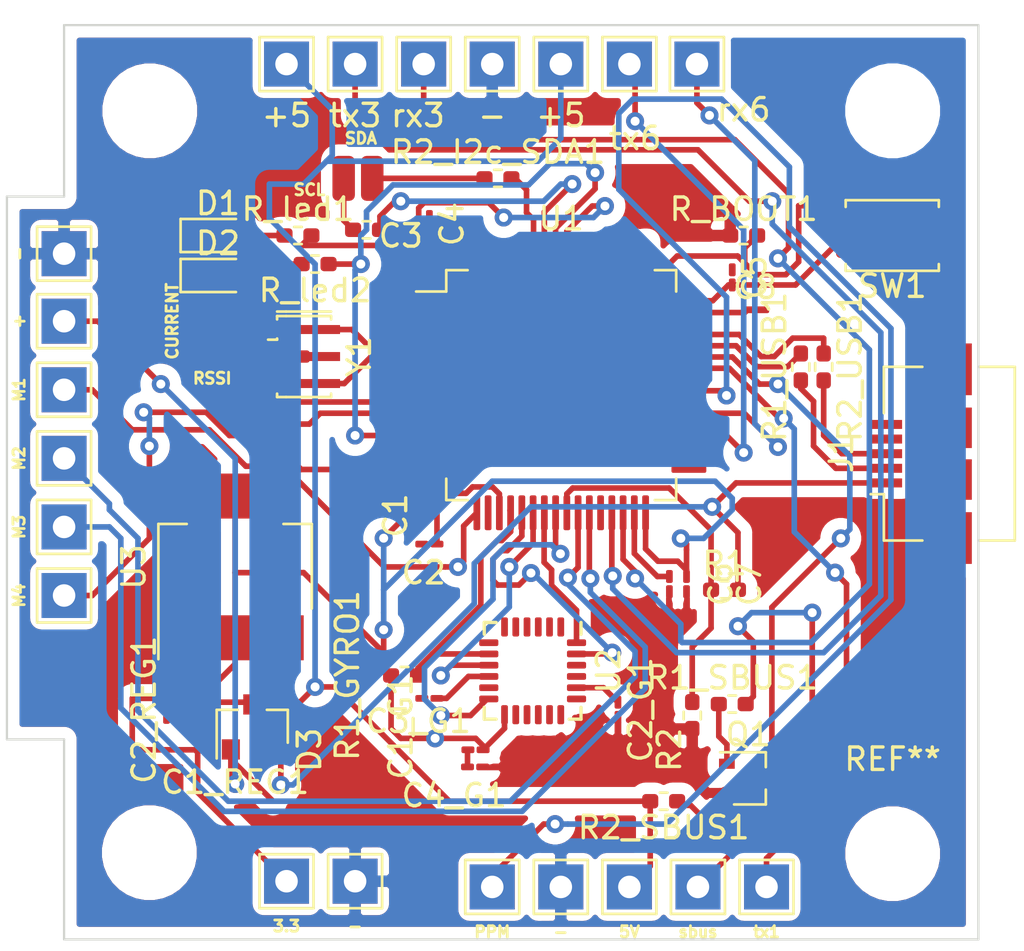
<source format=kicad_pcb>
(kicad_pcb (version 20171130) (host pcbnew "(5.1.10)-1")
  (layers (0 F.Cu signal) (31 B.Cu signal) (34 B.Paste user) (35 F.Paste user) (36 B.SilkS user) (37 F.SilkS user) (38 B.Mask user) (39 F.Mask user) (44 Edge.Cuts user))
  (net 0 "")
  (net 1 /VDD)
  (net 2 GND)
  (net 3 "Net-(C7-Pad2)")
  (net 4 "Net-(C8-Pad1)")
  (net 5 "Net-(C1_G1-Pad1)")
  (net 6 "Net-(C1_REG1-Pad1)")
  (net 7 "Net-(C2_G1-Pad1)")
  (net 8 "Net-(C3_G1-Pad2)")
  (net 9 "Net-(D1-Pad2)")
  (net 10 "Net-(D2-Pad2)")
  (net 11 /5V_USB)
  (net 12 +5V)
  (net 13 "Net-(J1-Pad2)")
  (net 14 "Net-(J1-Pad3)")
  (net 15 "Net-(J1-Pad4)")
  (net 16 "Net-(J1-Pad6)")
  (net 17 /UART1_RX)
  (net 18 "Net-(Q1-Pad1)")
  (net 19 "Net-(R1-Pad1)")
  (net 20 /GYRO_CS)
  (net 21 "Net-(R1_I2c_SCL1-Pad2)")
  (net 22 /I2C_SCL)
  (net 23 /SBUS)
  (net 24 "Net-(R1_USB1-Pad2)")
  (net 25 "Net-(R2_I2c_SDA1-Pad2)")
  (net 26 /I2C_SDA)
  (net 27 "Net-(R2_USB1-Pad1)")
  (net 28 BOOT)
  (net 29 /LED1)
  (net 30 /LED2)
  (net 31 "Net-(U1-Pad62)")
  (net 32 "Net-(U1-Pad61)")
  (net 33 "Net-(U1-Pad55)")
  (net 34 "Net-(U1-Pad54)")
  (net 35 "Net-(U1-Pad53)")
  (net 36 "Net-(U1-Pad52)")
  (net 37 "Net-(U1-Pad51)")
  (net 38 "Net-(U1-Pad50)")
  (net 39 "Net-(U1-Pad49)")
  (net 40 "Net-(U1-Pad46)")
  (net 41 /UART1_TX)
  (net 42 "Net-(U1-Pad41)")
  (net 43 /PPM_IN)
  (net 44 "Net-(U1-Pad39)")
  (net 45 /UART6_RX)
  (net 46 /UART6_TX)
  (net 47 "Net-(U1-Pad36)")
  (net 48 "Net-(U1-Pad35)")
  (net 49 "Net-(U1-Pad34)")
  (net 50 "Net-(U1-Pad33)")
  (net 51 /UART3_RX)
  (net 52 /UART3_TX)
  (net 53 "Net-(U1-Pad28)")
  (net 54 /M3)
  (net 55 /M2)
  (net 56 /GYRO_INT)
  (net 57 /GYRO_SDA)
  (net 58 /GYRO_SDO)
  (net 59 /GYRO_SCL)
  (net 60 /M1)
  (net 61 /M4)
  (net 62 "Net-(U1-Pad15)")
  (net 63 "Net-(U1-Pad9)")
  (net 64 "Net-(U1-Pad8)")
  (net 65 "Net-(U1-Pad7)")
  (net 66 "Net-(U1-Pad6)")
  (net 67 "Net-(U1-Pad5)")
  (net 68 "Net-(U1-Pad4)")
  (net 69 "Net-(U1-Pad3)")
  (net 70 "Net-(U1-Pad2)")
  (net 71 "Net-(U2-Pad7)")
  (net 72 "Net-(U2-Pad6)")
  (net 73 /RSSI)
  (net 74 /CURRENT_PAD)
  (module Connector_Wire:SolderWirePad_1x01_SMD_1x2mm (layer F.Cu) (at 33.256 29.926 90)
    (fp_text reference RSSI (at -1.016 0 180) (layer F.SilkS) (effects (font (size 0.5 0.5) (thickness 0.125))))
    (fp_text value SolderWirePad_1x01_SMD_1x2mm)
    (pad 1 smd roundrect (at 0 0 90) (size 1 2) (layers F.Cu F.Paste F.Mask) (net 73 /RSSI))
  )
  (module Connector_Wire:SolderWirePad_1x01_SMD_1x2mm (layer F.Cu) (at 33.256 28.402 90)
    (fp_text reference CURRENT (at 0 -1.778 90) (layer F.SilkS) (effects (font (size 0.5 0.5) (thickness 0.125))))
    (fp_text value SolderWirePad_1x01_SMD_1x2mm)
    (pad 1 smd roundrect (at 0 0 90) (size 1 2) (layers F.Cu F.Paste F.Mask) (net 74 /CURRENT_PAD))
  )
  (module TestPoint:TestPoint_THTPad_2.0x2.0mm_Drill1.0mm (layer F.Cu) (at 45.702 53.548 180)
    (fp_text reference PPM (at 0 -1.998) (layer F.SilkS) (effects (font (size 0.5 0.5) (thickness 0.125))))
    (fp_text value 4)
    (pad PPM thru_hole rect (at 0 0 180) (size 2 2) (drill 1) (layers *.Cu *.Mask) (net 43 /PPM_IN))
  )
  (module TestPoint:TestPoint_THTPad_2.0x2.0mm_Drill1.0mm (layer F.Cu) (at 48.75 53.548 180)
    (fp_text reference - (at 0 -1.998) (layer F.SilkS) (effects (font (size 0.5 0.5) (thickness 0.125))))
    (fp_text value 4)
    (pad 6 thru_hole rect (at 0 0 180) (size 2 2) (drill 1) (layers *.Cu *.Mask) (net 2 GND))
  )
  (module TestPoint:TestPoint_THTPad_2.0x2.0mm_Drill1.0mm (layer F.Cu) (at 51.798 53.548 180)
    (fp_text reference 5V (at 0 -1.998) (layer F.SilkS) (effects (font (size 0.5 0.5) (thickness 0.125))))
    (fp_text value TestPoint_THTPad_2.0x2.0mm_Drill1.0mm)
    (pad 1 thru_hole rect (at 0 0 180) (size 2 2) (drill 1) (layers *.Cu *.Mask) (net 6 "Net-(C1_REG1-Pad1)"))
  )
  (module TestPoint:TestPoint_THTPad_2.0x2.0mm_Drill1.0mm (layer F.Cu) (at 54.846 53.548 180)
    (fp_text reference sbus (at 0 -1.998) (layer F.SilkS) (effects (font (size 0.5 0.5) (thickness 0.125))))
    (fp_text value TestPoint_THTPad_2.0x2.0mm_Drill1.0mm)
    (pad 1 thru_hole rect (at 0 0 180) (size 2 2) (drill 1) (layers *.Cu *.Mask) (net 23 /SBUS))
  )
  (module TestPoint:TestPoint_THTPad_2.0x2.0mm_Drill1.0mm (layer F.Cu) (at 57.894 53.548 180)
    (fp_text reference tx1 (at 0 -1.998) (layer F.SilkS) (effects (font (size 0.5 0.5) (thickness 0.125))))
    (fp_text value TestPoint_THTPad_2.0x2.0mm_Drill1.0mm)
    (pad 1 thru_hole rect (at 0 0 180) (size 2 2) (drill 1) (layers *.Cu *.Mask) (net 41 /UART1_TX))
  )
  (module Connector_Wire:SolderWirePad_1x01_SMD_1x2mm (layer F.Cu) (at 40.368 22.052)
    (fp_text reference SDA (at -0.508 -1.778) (layer F.SilkS) (effects (font (size 0.5 0.5) (thickness 0.125))))
    (fp_text value SolderWirePad_1x01_SMD_1x2mm)
    (pad 1 smd roundrect (at 0 0) (size 1 2) (layers F.Cu F.Paste F.Mask) (net 26 /I2C_SDA))
  )
  (module Connector_Wire:SolderWirePad_1x01_SMD_1x2mm (layer F.Cu) (at 39.098 22.052)
    (fp_text reference SCL (at -1.524 0.508) (layer F.SilkS) (effects (font (size 0.5 0.5) (thickness 0.125))))
    (fp_text value SolderWirePad_1x01_SMD_1x2mm)
    (pad 1 smd roundrect (at 0 0) (size 1 2) (layers F.Cu F.Paste F.Mask) (net 22 /I2C_SCL))
  )
  (module TestPoint:TestPoint_THTPad_2.0x2.0mm_Drill1.0mm (layer F.Cu) (at 36.558 16.972)
    (fp_text reference +5 (at 0 2.286) (layer F.SilkS))
    (fp_text value TestPoint_THTPad_2.0x2.0mm_Drill1.0mm)
    (pad +5 thru_hole rect (at 0 0) (size 2 2) (drill 1) (layers *.Cu *.Mask) (net 6 "Net-(C1_REG1-Pad1)"))
  )
  (module TestPoint:TestPoint_THTPad_2.0x2.0mm_Drill1.0mm (layer F.Cu) (at 39.606 16.972)
    (fp_text reference tx3 (at 0 2.286) (layer F.SilkS))
    (fp_text value TestPoint_THTPad_2.0x2.0mm_Drill1.0mm)
    (pad TX3 thru_hole rect (at 0 0) (size 2 2) (drill 1) (layers *.Cu *.Mask) (net 52 /UART3_TX))
  )
  (module TestPoint:TestPoint_THTPad_2.0x2.0mm_Drill1.0mm (layer F.Cu) (at 42.654 16.972)
    (fp_text reference rx3 (at -0.254 2.286) (layer F.SilkS))
    (fp_text value TestPoint_THTPad_2.0x2.0mm_Drill1.0mm)
    (pad RX3 thru_hole rect (at 0 0) (size 2 2) (drill 1) (layers *.Cu *.Mask) (net 51 /UART3_RX))
  )
  (module TestPoint:TestPoint_THTPad_2.0x2.0mm_Drill1.0mm (layer F.Cu) (at 45.702 16.972)
    (fp_text reference - (at 0 2.286) (layer F.SilkS))
    (fp_text value TestPoint_THTPad_2.0x2.0mm_Drill1.0mm)
    (pad GND thru_hole rect (at 0 0) (size 2 2) (drill 1) (layers *.Cu *.Mask) (net 2 GND))
  )
  (module TestPoint:TestPoint_THTPad_2.0x2.0mm_Drill1.0mm (layer F.Cu) (at 48.75 16.972)
    (fp_text reference +5 (at 0 2.286) (layer F.SilkS))
    (fp_text value TestPoint_THTPad_2.0x2.0mm_Drill1.0mm)
    (pad +5 thru_hole rect (at 0 0) (size 2 2) (drill 1) (layers *.Cu *.Mask) (net 6 "Net-(C1_REG1-Pad1)"))
  )
  (module TestPoint:TestPoint_THTPad_2.0x2.0mm_Drill1.0mm (layer F.Cu) (at 54.8 16.972)
    (fp_text reference rx6 (at 2.078 2.032) (layer F.SilkS))
    (fp_text value 4)
    (pad RX6 thru_hole rect (at 0 0) (size 2 2) (drill 1) (layers *.Cu *.Mask) (net 45 /UART6_RX))
  )
  (module TestPoint:TestPoint_THTPad_2.0x2.0mm_Drill1.0mm (layer F.Cu) (at 51.798 16.972)
    (fp_text reference tx6 (at 0.254 3.302) (layer F.SilkS))
    (fp_text value TestPoint_THTPad_2.0x2.0mm_Drill1.0mm)
    (pad TX6 thru_hole rect (at 0 0) (size 2 2) (drill 1) (layers *.Cu *.Mask) (net 46 /UART6_TX))
  )
  (module TestPoint:TestPoint_THTPad_2.0x2.0mm_Drill1.0mm (layer F.Cu) (at 39.606 53.294 180)
    (fp_text reference - (at 0 -1.998) (layer F.SilkS) (effects (font (size 0.5 0.5) (thickness 0.125))))
    (fp_text value 4)
    (pad 6 thru_hole rect (at 0 0 180) (size 2 2) (drill 1) (layers *.Cu *.Mask) (net 2 GND))
  )
  (module TestPoint:TestPoint_THTPad_2.0x2.0mm_Drill1.0mm (layer F.Cu) (at 36.558 53.294 180)
    (fp_text reference 3.3 (at 0 -1.998) (layer F.SilkS) (effects (font (size 0.5 0.5) (thickness 0.125))))
    (fp_text value 4)
    (pad 7 thru_hole rect (at 0 0 180) (size 2 2) (drill 1) (layers *.Cu *.Mask) (net 1 /VDD))
  )
  (module MountingHole:MountingHole_3.2mm_M3 (layer F.Cu) (at 30.462 52.024 180)
    (fp_text reference REF** hide)
    (fp_text value MountingHole_3.2mm_M3)
    (pad 1 np_thru_hole circle (at 0 0 180) (size 3.2 3.2) (drill 3.2) (layers *.Cu *.Mask))
  )
  (module MountingHole:MountingHole_3.2mm_M3 (layer F.Cu) (at 63.5 52.07)
    (fp_text reference REF** (at 0 -4.2) (layer F.SilkS))
    (fp_text value MountingHole_3.2mm_M3)
    (pad 1 np_thru_hole circle (at 0 0) (size 3.2 3.2) (drill 3.2) (layers *.Cu *.Mask))
  )
  (module MountingHole:MountingHole_3.2mm_M3 (layer F.Cu) (at 63.5 19.05 180)
    (fp_text reference REF** hide)
    (fp_text value MountingHole_3.2mm_M3)
    (pad 1 np_thru_hole circle (at 0 0 180) (size 3.2 3.2) (drill 3.2) (layers *.Cu *.Mask))
  )
  (module MountingHole:MountingHole_3.2mm_M3 (layer F.Cu) (at 30.48 19.05 180)
    (fp_text reference REF** hide)
    (fp_text value MountingHole_3.2mm_M3)
    (pad 1 np_thru_hole circle (at 0 0 180) (size 3.2 3.2) (drill 3.2) (layers *.Cu *.Mask))
  )
  (module TestPoint:TestPoint_THTPad_2.0x2.0mm_Drill1.0mm (layer F.Cu) (at 26.67 40.594 90)
    (fp_text reference M4 (at 0 -1.998 90) (layer F.SilkS) (effects (font (size 0.5 0.5) (thickness 0.125))))
    (fp_text value 4)
    (pad 6 thru_hole rect (at 0 0 90) (size 2 2) (drill 1) (layers *.Cu *.Mask) (net 61 /M4))
  )
  (module TestPoint:TestPoint_THTPad_2.0x2.0mm_Drill1.0mm (layer F.Cu) (at 26.67 37.546 90)
    (fp_text reference M3 (at 0 -1.998 90) (layer F.SilkS) (effects (font (size 0.5 0.5) (thickness 0.125))))
    (fp_text value 3)
    (pad 5 thru_hole rect (at 0 0 90) (size 2 2) (drill 1) (layers *.Cu *.Mask) (net 54 /M3))
  )
  (module TestPoint:TestPoint_THTPad_2.0x2.0mm_Drill1.0mm (layer F.Cu) (at 26.67 34.498 90)
    (fp_text reference M2 (at 0 -1.998 90) (layer F.SilkS) (effects (font (size 0.5 0.5) (thickness 0.125))))
    (fp_text value 2)
    (pad 4 thru_hole rect (at 0 0 90) (size 2 2) (drill 1) (layers *.Cu *.Mask) (net 55 /M2))
  )
  (module TestPoint:TestPoint_THTPad_2.0x2.0mm_Drill1.0mm (layer F.Cu) (at 26.67 31.45 90)
    (fp_text reference M1 (at 0 -1.998 90) (layer F.SilkS) (effects (font (size 0.5 0.5) (thickness 0.125))))
    (fp_text value 1)
    (pad 3 thru_hole rect (at 0 0 90) (size 2 2) (drill 1) (layers *.Cu *.Mask) (net 60 /M1))
  )
  (module TestPoint:TestPoint_THTPad_2.0x2.0mm_Drill1.0mm (layer F.Cu) (at 26.67 28.402 90)
    (fp_text reference + (at 0 -1.998 90) (layer F.SilkS) (effects (font (size 0.5 0.5) (thickness 0.125))))
    (fp_text value +)
    (pad 2 thru_hole rect (at 0 0 90) (size 2 2) (drill 1) (layers *.Cu *.Mask) (net 12 +5V))
  )
  (module TestPoint:TestPoint_THTPad_2.0x2.0mm_Drill1.0mm (layer F.Cu) (at 26.67 25.4 90)
    (fp_text reference - (at 0 -1.998 90) (layer F.SilkS) (effects (font (size 0.5 0.5) (thickness 0.125))))
    (fp_text value -)
    (pad 1 thru_hole rect (at 0 0 90) (size 2 2) (drill 1) (layers *.Cu *.Mask) (net 2 GND))
  )
  (module Crystal:Resonator_SMD_muRata_CSTxExxV-3Pin_3.0x1.1mm_HandSoldering (layer F.Cu) (at 37.338 29.972 270)
    (fp_text reference Y1 (at 0 -2.45 90) (layer F.SilkS))
    (fp_text value 8MHZ)
    (pad 3 smd rect (at 1.2 0 270) (size 0.4 3.2) (layers F.Cu F.Paste F.Mask) (net 66 "Net-(U1-Pad6)"))
    (pad 2 smd rect (at 0 0 270) (size 0.4 3.2) (layers F.Cu F.Paste F.Mask) (net 2 GND))
    (pad 1 smd rect (at -1.2 0 270) (size 0.4 3.2) (layers F.Cu F.Paste F.Mask) (net 67 "Net-(U1-Pad5)"))
  )
  (module Package_TO_SOT_SMD:SOT-223-3_TabPin2 (layer F.Cu) (at 34.272 39.324 90)
    (fp_text reference U3 (at 0 -4.5 90) (layer F.SilkS))
    (fp_text value NCP1117-3.3_SOT223)
    (pad 1 smd rect (at -3.15 -2.3 90) (size 2 1.5) (layers F.Cu F.Paste F.Mask) (net 2 GND))
    (pad 3 smd rect (at -3.15 2.3 90) (size 2 1.5) (layers F.Cu F.Paste F.Mask) (net 6 "Net-(C1_REG1-Pad1)"))
    (pad 2 smd rect (at -3.15 0 90) (size 2 1.5) (layers F.Cu F.Paste F.Mask) (net 1 /VDD))
    (pad 2 smd rect (at 3.15 0 90) (size 2 3.8) (layers F.Cu F.Paste F.Mask) (net 1 /VDD))
  )
  (module Sensor_Motion:InvenSense_QFN-24_4x4mm_P0.5mm (layer F.Cu) (at 47.498 43.942 270)
    (fp_text reference U2 (at 0 -3.375 90) (layer F.SilkS))
    (fp_text value MPU-6000)
    (pad 1 smd roundrect (at -1.95 -1.25 270) (size 0.85 0.3) (layers F.Cu F.Paste F.Mask) (net 2 GND))
    (pad 2 smd roundrect (at -1.95 -0.75 270) (size 0.85 0.3) (layers F.Cu F.Paste F.Mask))
    (pad 3 smd roundrect (at -1.95 -0.25 270) (size 0.85 0.3) (layers F.Cu F.Paste F.Mask))
    (pad 4 smd roundrect (at -1.95 0.25 270) (size 0.85 0.3) (layers F.Cu F.Paste F.Mask))
    (pad 5 smd roundrect (at -1.95 0.75 270) (size 0.85 0.3) (layers F.Cu F.Paste F.Mask))
    (pad 6 smd roundrect (at -1.95 1.25 270) (size 0.85 0.3) (layers F.Cu F.Paste F.Mask) (net 72 "Net-(U2-Pad6)"))
    (pad 7 smd roundrect (at -1.25 1.95) (size 0.85 0.3) (layers F.Cu F.Paste F.Mask) (net 71 "Net-(U2-Pad7)"))
    (pad 8 smd roundrect (at -0.75 1.95) (size 0.85 0.3) (layers F.Cu F.Paste F.Mask) (net 20 /GYRO_CS))
    (pad 9 smd roundrect (at -0.25 1.95) (size 0.85 0.3) (layers F.Cu F.Paste F.Mask) (net 58 /GYRO_SDO))
    (pad 10 smd roundrect (at 0.25 1.95) (size 0.85 0.3) (layers F.Cu F.Paste F.Mask) (net 5 "Net-(C1_G1-Pad1)"))
    (pad 11 smd roundrect (at 0.75 1.95) (size 0.85 0.3) (layers F.Cu F.Paste F.Mask) (net 2 GND))
    (pad 12 smd roundrect (at 1.25 1.95) (size 0.85 0.3) (layers F.Cu F.Paste F.Mask) (net 56 /GYRO_INT))
    (pad 13 smd roundrect (at 1.95 1.25 270) (size 0.85 0.3) (layers F.Cu F.Paste F.Mask) (net 1 /VDD))
    (pad 14 smd roundrect (at 1.95 0.75 270) (size 0.85 0.3) (layers F.Cu F.Paste F.Mask))
    (pad 15 smd roundrect (at 1.95 0.25 270) (size 0.85 0.3) (layers F.Cu F.Paste F.Mask))
    (pad 16 smd roundrect (at 1.95 -0.25 270) (size 0.85 0.3) (layers F.Cu F.Paste F.Mask))
    (pad 17 smd roundrect (at 1.95 -0.75 270) (size 0.85 0.3) (layers F.Cu F.Paste F.Mask))
    (pad 18 smd roundrect (at 1.95 -1.25 270) (size 0.85 0.3) (layers F.Cu F.Paste F.Mask) (net 2 GND))
    (pad 19 smd roundrect (at 1.25 -1.95) (size 0.85 0.3) (layers F.Cu F.Paste F.Mask))
    (pad 20 smd roundrect (at 0.75 -1.95) (size 0.85 0.3) (layers F.Cu F.Paste F.Mask) (net 7 "Net-(C2_G1-Pad1)"))
    (pad 21 smd roundrect (at 0.25 -1.95) (size 0.85 0.3) (layers F.Cu F.Paste F.Mask))
    (pad 22 smd roundrect (at -0.25 -1.95) (size 0.85 0.3) (layers F.Cu F.Paste F.Mask))
    (pad 23 smd roundrect (at -0.75 -1.95) (size 0.85 0.3) (layers F.Cu F.Paste F.Mask) (net 59 /GYRO_SCL))
    (pad 24 smd roundrect (at -1.25 -1.95) (size 0.85 0.3) (layers F.Cu F.Paste F.Mask) (net 57 /GYRO_SDA))
  )
  (module Package_QFP:LQFP-64_10x10mm_P0.5mm (layer F.Cu) (at 48.768 31.242)
    (fp_text reference U1 (at 0 -7.4) (layer F.SilkS))
    (fp_text value STM32F405RGT6)
    (pad 64 smd roundrect (at -3.75 -5.675) (size 0.3 1.55) (layers F.Cu F.Paste F.Mask) (net 1 /VDD))
    (pad 63 smd roundrect (at -3.25 -5.675) (size 0.3 1.55) (layers F.Cu F.Paste F.Mask) (net 2 GND))
    (pad 62 smd roundrect (at -2.75 -5.675) (size 0.3 1.55) (layers F.Cu F.Paste F.Mask) (net 31 "Net-(U1-Pad62)"))
    (pad 61 smd roundrect (at -2.25 -5.675) (size 0.3 1.55) (layers F.Cu F.Paste F.Mask) (net 32 "Net-(U1-Pad61)"))
    (pad 60 smd roundrect (at -1.75 -5.675) (size 0.3 1.55) (layers F.Cu F.Paste F.Mask) (net 28 BOOT))
    (pad 59 smd roundrect (at -1.25 -5.675) (size 0.3 1.55) (layers F.Cu F.Paste F.Mask) (net 25 "Net-(R2_I2c_SDA1-Pad2)"))
    (pad 58 smd roundrect (at -0.75 -5.675) (size 0.3 1.55) (layers F.Cu F.Paste F.Mask) (net 21 "Net-(R1_I2c_SCL1-Pad2)"))
    (pad 57 smd roundrect (at -0.25 -5.675) (size 0.3 1.55) (layers F.Cu F.Paste F.Mask) (net 30 /LED2))
    (pad 56 smd roundrect (at 0.25 -5.675) (size 0.3 1.55) (layers F.Cu F.Paste F.Mask) (net 29 /LED1))
    (pad 55 smd roundrect (at 0.75 -5.675) (size 0.3 1.55) (layers F.Cu F.Paste F.Mask) (net 33 "Net-(U1-Pad55)"))
    (pad 54 smd roundrect (at 1.25 -5.675) (size 0.3 1.55) (layers F.Cu F.Paste F.Mask) (net 34 "Net-(U1-Pad54)"))
    (pad 53 smd roundrect (at 1.75 -5.675) (size 0.3 1.55) (layers F.Cu F.Paste F.Mask) (net 35 "Net-(U1-Pad53)"))
    (pad 52 smd roundrect (at 2.25 -5.675) (size 0.3 1.55) (layers F.Cu F.Paste F.Mask) (net 36 "Net-(U1-Pad52)"))
    (pad 51 smd roundrect (at 2.75 -5.675) (size 0.3 1.55) (layers F.Cu F.Paste F.Mask) (net 37 "Net-(U1-Pad51)"))
    (pad 50 smd roundrect (at 3.25 -5.675) (size 0.3 1.55) (layers F.Cu F.Paste F.Mask) (net 38 "Net-(U1-Pad50)"))
    (pad 49 smd roundrect (at 3.75 -5.675) (size 0.3 1.55) (layers F.Cu F.Paste F.Mask) (net 39 "Net-(U1-Pad49)"))
    (pad 48 smd roundrect (at 5.675 -3.75) (size 1.55 0.3) (layers F.Cu F.Paste F.Mask) (net 1 /VDD))
    (pad 47 smd roundrect (at 5.675 -3.25) (size 1.55 0.3) (layers F.Cu F.Paste F.Mask) (net 4 "Net-(C8-Pad1)"))
    (pad 46 smd roundrect (at 5.675 -2.75) (size 1.55 0.3) (layers F.Cu F.Paste F.Mask) (net 40 "Net-(U1-Pad46)"))
    (pad 45 smd roundrect (at 5.675 -2.25) (size 1.55 0.3) (layers F.Cu F.Paste F.Mask) (net 27 "Net-(R2_USB1-Pad1)"))
    (pad 44 smd roundrect (at 5.675 -1.75) (size 1.55 0.3) (layers F.Cu F.Paste F.Mask) (net 24 "Net-(R1_USB1-Pad2)"))
    (pad 43 smd roundrect (at 5.675 -1.25) (size 1.55 0.3) (layers F.Cu F.Paste F.Mask) (net 17 /UART1_RX))
    (pad 42 smd roundrect (at 5.675 -0.75) (size 1.55 0.3) (layers F.Cu F.Paste F.Mask) (net 41 /UART1_TX))
    (pad 41 smd roundrect (at 5.675 -0.25) (size 1.55 0.3) (layers F.Cu F.Paste F.Mask) (net 42 "Net-(U1-Pad41)"))
    (pad 40 smd roundrect (at 5.675 0.25) (size 1.55 0.3) (layers F.Cu F.Paste F.Mask) (net 43 /PPM_IN))
    (pad 39 smd roundrect (at 5.675 0.75) (size 1.55 0.3) (layers F.Cu F.Paste F.Mask) (net 44 "Net-(U1-Pad39)"))
    (pad 38 smd roundrect (at 5.675 1.25) (size 1.55 0.3) (layers F.Cu F.Paste F.Mask) (net 45 /UART6_RX))
    (pad 37 smd roundrect (at 5.675 1.75) (size 1.55 0.3) (layers F.Cu F.Paste F.Mask) (net 46 /UART6_TX))
    (pad 36 smd roundrect (at 5.675 2.25) (size 1.55 0.3) (layers F.Cu F.Paste F.Mask) (net 47 "Net-(U1-Pad36)"))
    (pad 35 smd roundrect (at 5.675 2.75) (size 1.55 0.3) (layers F.Cu F.Paste F.Mask) (net 48 "Net-(U1-Pad35)"))
    (pad 34 smd roundrect (at 5.675 3.25) (size 1.55 0.3) (layers F.Cu F.Paste F.Mask) (net 49 "Net-(U1-Pad34)"))
    (pad 33 smd roundrect (at 5.675 3.75) (size 1.55 0.3) (layers F.Cu F.Paste F.Mask) (net 50 "Net-(U1-Pad33)"))
    (pad 32 smd roundrect (at 3.75 5.675) (size 0.3 1.55) (layers F.Cu F.Paste F.Mask) (net 1 /VDD))
    (pad 31 smd roundrect (at 3.25 5.675) (size 0.3 1.55) (layers F.Cu F.Paste F.Mask) (net 3 "Net-(C7-Pad2)"))
    (pad 30 smd roundrect (at 2.75 5.675) (size 0.3 1.55) (layers F.Cu F.Paste F.Mask) (net 51 /UART3_RX))
    (pad 29 smd roundrect (at 2.25 5.675) (size 0.3 1.55) (layers F.Cu F.Paste F.Mask) (net 52 /UART3_TX))
    (pad 28 smd roundrect (at 1.75 5.675) (size 0.3 1.55) (layers F.Cu F.Paste F.Mask) (net 53 "Net-(U1-Pad28)"))
    (pad 27 smd roundrect (at 1.25 5.675) (size 0.3 1.55) (layers F.Cu F.Paste F.Mask) (net 54 /M3))
    (pad 26 smd roundrect (at 0.75 5.675) (size 0.3 1.55) (layers F.Cu F.Paste F.Mask) (net 55 /M2))
    (pad 25 smd roundrect (at 0.25 5.675) (size 0.3 1.55) (layers F.Cu F.Paste F.Mask) (net 19 "Net-(R1-Pad1)"))
    (pad 24 smd roundrect (at -0.25 5.675) (size 0.3 1.55) (layers F.Cu F.Paste F.Mask) (net 56 /GYRO_INT))
    (pad 23 smd roundrect (at -0.75 5.675) (size 0.3 1.55) (layers F.Cu F.Paste F.Mask) (net 57 /GYRO_SDA))
    (pad 22 smd roundrect (at -1.25 5.675) (size 0.3 1.55) (layers F.Cu F.Paste F.Mask) (net 58 /GYRO_SDO))
    (pad 21 smd roundrect (at -1.75 5.675) (size 0.3 1.55) (layers F.Cu F.Paste F.Mask) (net 59 /GYRO_SCL))
    (pad 20 smd roundrect (at -2.25 5.675) (size 0.3 1.55) (layers F.Cu F.Paste F.Mask) (net 20 /GYRO_CS))
    (pad 19 smd roundrect (at -2.75 5.675) (size 0.3 1.55) (layers F.Cu F.Paste F.Mask) (net 1 /VDD))
    (pad 18 smd roundrect (at -3.25 5.675) (size 0.3 1.55) (layers F.Cu F.Paste F.Mask) (net 2 GND))
    (pad 17 smd roundrect (at -3.75 5.675) (size 0.3 1.55) (layers F.Cu F.Paste F.Mask) (net 60 /M1))
    (pad 16 smd roundrect (at -5.675 3.75) (size 1.55 0.3) (layers F.Cu F.Paste F.Mask) (net 61 /M4))
    (pad 15 smd roundrect (at -5.675 3.25) (size 1.55 0.3) (layers F.Cu F.Paste F.Mask) (net 62 "Net-(U1-Pad15)"))
    (pad 14 smd roundrect (at -5.675 2.75) (size 1.55 0.3) (layers F.Cu F.Paste F.Mask) (net 30 /LED2))
    (pad 13 smd roundrect (at -5.675 2.25) (size 1.55 0.3) (layers F.Cu F.Paste F.Mask) (net 1 /VDD))
    (pad 12 smd roundrect (at -5.675 1.75) (size 1.55 0.3) (layers F.Cu F.Paste F.Mask) (net 2 GND))
    (pad 11 smd roundrect (at -5.675 1.25) (size 1.55 0.3) (layers F.Cu F.Paste F.Mask) (net 73 /RSSI))
    (pad 10 smd roundrect (at -5.675 0.75) (size 1.55 0.3) (layers F.Cu F.Paste F.Mask) (net 74 /CURRENT_PAD))
    (pad 9 smd roundrect (at -5.675 0.25) (size 1.55 0.3) (layers F.Cu F.Paste F.Mask) (net 63 "Net-(U1-Pad9)"))
    (pad 8 smd roundrect (at -5.675 -0.25) (size 1.55 0.3) (layers F.Cu F.Paste F.Mask) (net 64 "Net-(U1-Pad8)"))
    (pad 7 smd roundrect (at -5.675 -0.75) (size 1.55 0.3) (layers F.Cu F.Paste F.Mask) (net 65 "Net-(U1-Pad7)"))
    (pad 6 smd roundrect (at -5.675 -1.25) (size 1.55 0.3) (layers F.Cu F.Paste F.Mask) (net 66 "Net-(U1-Pad6)"))
    (pad 5 smd roundrect (at -5.675 -1.75) (size 1.55 0.3) (layers F.Cu F.Paste F.Mask) (net 67 "Net-(U1-Pad5)"))
    (pad 4 smd roundrect (at -5.675 -2.25) (size 1.55 0.3) (layers F.Cu F.Paste F.Mask) (net 68 "Net-(U1-Pad4)"))
    (pad 3 smd roundrect (at -5.675 -2.75) (size 1.55 0.3) (layers F.Cu F.Paste F.Mask) (net 69 "Net-(U1-Pad3)"))
    (pad 2 smd roundrect (at -5.675 -3.25) (size 1.55 0.3) (layers F.Cu F.Paste F.Mask) (net 70 "Net-(U1-Pad2)"))
    (pad 1 smd roundrect (at -5.675 -3.75) (size 1.55 0.3) (layers F.Cu F.Paste F.Mask) (net 1 /VDD))
  )
  (module Button_Switch_SMD:SW_Push_SPST_NO_Alps_SKRK (layer F.Cu) (at 63.482 24.592 180)
    (fp_text reference SW1 (at 0 -2.25) (layer F.SilkS))
    (fp_text value SW_Push)
    (pad 1 smd roundrect (at -2.1 0 180) (size 0.8 2) (layers F.Cu F.Paste F.Mask) (net 28 BOOT))
    (pad 2 smd roundrect (at 2.1 0 180) (size 0.8 2) (layers F.Cu F.Paste F.Mask) (net 1 /VDD))
  )
  (module Resistor_SMD:R_0402_1005Metric_Pad0.72x0.64mm_HandSolder (layer F.Cu) (at 37.828 25.862 180)
    (fp_text reference R_led2 (at 0 -1.17) (layer F.SilkS))
    (fp_text value 1K)
    (pad 2 smd roundrect (at 0.5975 0 180) (size 0.715 0.64) (layers F.Cu F.Paste F.Mask) (net 10 "Net-(D2-Pad2)"))
    (pad 1 smd roundrect (at -0.5975 0 180) (size 0.715 0.64) (layers F.Cu F.Paste F.Mask) (net 30 /LED2))
  )
  (module Resistor_SMD:R_0402_1005Metric_Pad0.72x0.64mm_HandSolder (layer F.Cu) (at 37.066 24.592)
    (fp_text reference R_led1 (at 0 -1.17) (layer F.SilkS))
    (fp_text value 1K)
    (pad 2 smd roundrect (at 0.5975 0) (size 0.715 0.64) (layers F.Cu F.Paste F.Mask) (net 29 /LED1))
    (pad 1 smd roundrect (at -0.5975 0) (size 0.715 0.64) (layers F.Cu F.Paste F.Mask) (net 9 "Net-(D1-Pad2)"))
  )
  (module Resistor_SMD:R_0402_1005Metric_Pad0.72x0.64mm_HandSolder (layer F.Cu) (at 56.878 24.592)
    (fp_text reference R_BOOT1 (at 0 -1.17) (layer F.SilkS))
    (fp_text value 10k)
    (pad 2 smd roundrect (at 0.5975 0) (size 0.715 0.64) (layers F.Cu F.Paste F.Mask) (net 28 BOOT))
    (pad 1 smd roundrect (at -0.5975 0) (size 0.715 0.64) (layers F.Cu F.Paste F.Mask) (net 2 GND))
  )
  (module Resistor_SMD:R_0402_1005Metric_Pad0.72x0.64mm_HandSolder (layer F.Cu) (at 60.434 30.434 270)
    (fp_text reference R2_USB1 (at 0 -1.17 90) (layer F.SilkS))
    (fp_text value 22)
    (pad 2 smd roundrect (at 0.5975 0 270) (size 0.715 0.64) (layers F.Cu F.Paste F.Mask) (net 14 "Net-(J1-Pad3)"))
    (pad 1 smd roundrect (at -0.5975 0 270) (size 0.715 0.64) (layers F.Cu F.Paste F.Mask) (net 27 "Net-(R2_USB1-Pad1)"))
  )
  (module Resistor_SMD:R_0402_1005Metric_Pad0.72x0.64mm_HandSolder (layer F.Cu) (at 53.322 49.738 180)
    (fp_text reference R2_SBUS1 (at 0 -1.17) (layer F.SilkS))
    (fp_text value 10K)
    (pad 2 smd roundrect (at 0.5975 0 180) (size 0.715 0.64) (layers F.Cu F.Paste F.Mask) (net 12 +5V))
    (pad 1 smd roundrect (at -0.5975 0 180) (size 0.715 0.64) (layers F.Cu F.Paste F.Mask) (net 17 /UART1_RX))
  )
  (module Resistor_SMD:R_0402_1005Metric_Pad0.72x0.64mm_HandSolder (layer F.Cu) (at 45.956 22.052)
    (fp_text reference R2_I2c_SDA1 (at 0 -1.17) (layer F.SilkS))
    (fp_text value 10K)
    (pad 2 smd roundrect (at 0.5975 0) (size 0.715 0.64) (layers F.Cu F.Paste F.Mask) (net 25 "Net-(R2_I2c_SDA1-Pad2)"))
    (pad 1 smd roundrect (at -0.5975 0) (size 0.715 0.64) (layers F.Cu F.Paste F.Mask) (net 26 /I2C_SDA))
  )
  (module Resistor_SMD:R_0402_1005Metric_Pad0.72x0.64mm_HandSolder (layer F.Cu) (at 59.418 30.434 90)
    (fp_text reference R1_USB1 (at 0 -1.17 90) (layer F.SilkS))
    (fp_text value 22)
    (pad 2 smd roundrect (at 0.5975 0 90) (size 0.715 0.64) (layers F.Cu F.Paste F.Mask) (net 24 "Net-(R1_USB1-Pad2)"))
    (pad 1 smd roundrect (at -0.5975 0 90) (size 0.715 0.64) (layers F.Cu F.Paste F.Mask) (net 13 "Net-(J1-Pad2)"))
  )
  (module Resistor_SMD:R_0402_1005Metric_Pad0.72x0.64mm_HandSolder (layer F.Cu) (at 56.37 45.42)
    (fp_text reference R1_SBUS1 (at 0 -1.17 180) (layer F.SilkS))
    (fp_text value 4.7K)
    (pad 2 smd roundrect (at 0.5975 0) (size 0.715 0.64) (layers F.Cu F.Paste F.Mask) (net 23 /SBUS))
    (pad 1 smd roundrect (at -0.5975 0) (size 0.715 0.64) (layers F.Cu F.Paste F.Mask) (net 18 "Net-(Q1-Pad1)"))
  )
  (module Resistor_SMD:R_0402_1005Metric_Pad0.72x0.64mm_HandSolder (layer F.Cu) (at 40.114 24.338)
    (fp_text reference R1_I2c_SCL1 hide)
    (fp_text value 10K)
    (pad 2 smd roundrect (at 0.5975 0) (size 0.715 0.64) (layers F.Cu F.Paste F.Mask) (net 21 "Net-(R1_I2c_SCL1-Pad2)"))
    (pad 1 smd roundrect (at -0.5975 0) (size 0.715 0.64) (layers F.Cu F.Paste F.Mask) (net 22 /I2C_SCL))
  )
  (module Resistor_SMD:R_0402_1005Metric_Pad0.72x0.64mm_HandSolder (layer F.Cu) (at 41.8025 44.15 180)
    (fp_text reference R1_GYRO1 (at 2.54 0 270) (layer F.SilkS))
    (fp_text value 10K)
    (pad 2 smd roundrect (at 0.5975 0 180) (size 0.715 0.64) (layers F.Cu F.Paste F.Mask) (net 1 /VDD))
    (pad 1 smd roundrect (at -0.5975 0 180) (size 0.715 0.64) (layers F.Cu F.Paste F.Mask) (net 20 /GYRO_CS))
  )
  (module Resistor_SMD:R_0402_1005Metric_Pad0.72x0.64mm_HandSolder (layer F.Cu) (at 54.592 45.928 270)
    (fp_text reference R2 (at 1.524 1.016 90) (layer F.SilkS))
    (fp_text value 10k)
    (pad 2 smd roundrect (at 0.5975 0 270) (size 0.715 0.64) (layers F.Cu F.Paste F.Mask) (net 2 GND))
    (pad 1 smd roundrect (at -0.5975 0 270) (size 0.715 0.64) (layers F.Cu F.Paste F.Mask) (net 19 "Net-(R1-Pad1)"))
  )
  (module Resistor_SMD:R_0402_1005Metric_Pad0.72x0.64mm_HandSolder (layer F.Cu) (at 56.0265 40.34)
    (fp_text reference R1 (at 0 -1.17) (layer F.SilkS))
    (fp_text value 10k)
    (pad 2 smd roundrect (at 0.5975 0) (size 0.715 0.64) (layers F.Cu F.Paste F.Mask) (net 11 /5V_USB))
    (pad 1 smd roundrect (at -0.5975 0) (size 0.715 0.64) (layers F.Cu F.Paste F.Mask) (net 19 "Net-(R1-Pad1)"))
  )
  (module Package_TO_SOT_SMD:SOT-323_SC-70 (layer F.Cu) (at 57.132 48.722)
    (fp_text reference Q1 (at -0.05 -1.95) (layer F.SilkS))
    (fp_text value BC817W)
    (pad 3 smd rect (at 1 0 270) (size 0.45 0.7) (layers F.Cu F.Paste F.Mask) (net 17 /UART1_RX))
    (pad 2 smd rect (at -1 0.65 270) (size 0.45 0.7) (layers F.Cu F.Paste F.Mask) (net 2 GND))
    (pad 1 smd rect (at -1 -0.65 270) (size 0.45 0.7) (layers F.Cu F.Paste F.Mask) (net 18 "Net-(Q1-Pad1)"))
  )
  (module Connector_USB:USB_Micro-B_Amphenol_10104110_Horizontal (layer F.Cu) (at 64.77 34.29 90)
    (fp_text reference J1 (at 0 -3.55 90) (layer F.SilkS))
    (fp_text value USB_B_Micro)
    (pad 1 smd rect (at -1.3 -1.55 90) (size 0.4 1.4) (layers F.Cu F.Paste F.Mask) (net 11 /5V_USB))
    (pad 2 smd rect (at -0.65 -1.55 90) (size 0.4 1.4) (layers F.Cu F.Paste F.Mask) (net 13 "Net-(J1-Pad2)"))
    (pad 3 smd rect (at 0 -1.55 90) (size 0.4 1.4) (layers F.Cu F.Paste F.Mask) (net 14 "Net-(J1-Pad3)"))
    (pad 4 smd rect (at 0.65 -1.55 90) (size 0.4 1.4) (layers F.Cu F.Paste F.Mask) (net 15 "Net-(J1-Pad4)"))
    (pad 5 smd rect (at 1.3 -1.55 90) (size 0.4 1.4) (layers F.Cu F.Paste F.Mask) (net 2 GND))
    (pad 6 smd rect (at -3.75 1.3 90) (size 2.3 1.9) (layers F.Cu F.Paste F.Mask) (net 16 "Net-(J1-Pad6)"))
    (pad 6 smd rect (at 3.75 1.3 90) (size 2.3 1.9) (layers F.Cu F.Paste F.Mask) (net 16 "Net-(J1-Pad6)"))
    (pad 6 smd rect (at -1.15 1.3 90) (size 1.8 1.9) (layers F.Cu F.Paste F.Mask) (net 16 "Net-(J1-Pad6)"))
    (pad 6 smd rect (at 1.15 1.3 90) (size 1.8 1.9) (layers F.Cu F.Paste F.Mask) (net 16 "Net-(J1-Pad6)"))
  )
  (module Package_TO_SOT_SMD:SOT-23 (layer F.Cu) (at 35.034 46.436 90)
    (fp_text reference D3 (at -1.016 2.54 90) (layer F.SilkS))
    (fp_text value BAT54C)
    (pad 3 smd rect (at 1 0 90) (size 0.9 0.8) (layers F.Cu F.Paste F.Mask) (net 6 "Net-(C1_REG1-Pad1)"))
    (pad 2 smd rect (at -1 0.95 90) (size 0.9 0.8) (layers F.Cu F.Paste F.Mask) (net 11 /5V_USB))
    (pad 1 smd rect (at -1 -0.95 90) (size 0.9 0.8) (layers F.Cu F.Paste F.Mask) (net 12 +5V))
  )
  (module LED_SMD:LED_0603_1608Metric_Pad1.05x0.95mm_HandSolder (layer F.Cu) (at 33.51 26.37)
    (fp_text reference D2 (at 0 -1.43) (layer F.SilkS))
    (fp_text value LED)
    (pad 2 smd roundrect (at 0.875 0) (size 1.05 0.95) (layers F.Cu F.Paste F.Mask) (net 10 "Net-(D2-Pad2)"))
    (pad 1 smd roundrect (at -0.875 0) (size 1.05 0.95) (layers F.Cu F.Paste F.Mask) (net 2 GND))
  )
  (module LED_SMD:LED_0603_1608Metric_Pad1.05x0.95mm_HandSolder (layer F.Cu) (at 33.51 24.592)
    (fp_text reference D1 (at 0 -1.43) (layer F.SilkS))
    (fp_text value LED_Small)
    (pad 2 smd roundrect (at 0.875 0) (size 1.05 0.95) (layers F.Cu F.Paste F.Mask) (net 9 "Net-(D1-Pad2)"))
    (pad 1 smd roundrect (at -0.875 0) (size 1.05 0.95) (layers F.Cu F.Paste F.Mask) (net 2 GND))
  )
  (module Capacitor_SMD:C_01005_0402Metric_Pad0.57x0.30mm_HandSolder (layer F.Cu) (at 44.94 48.214)
    (fp_text reference C4_G1 (at -0.9325 1.27) (layer F.SilkS))
    (fp_text value 1uF)
    (pad 2 smd roundrect (at 0.3375 0) (size 0.575 0.3) (layers F.Cu F.Mask) (net 2 GND))
    (pad 1 smd roundrect (at -0.3375 0) (size 0.575 0.3) (layers F.Cu F.Mask) (net 8 "Net-(C3_G1-Pad2)"))
  )
  (module Capacitor_SMD:C_01005_0402Metric_Pad0.57x0.30mm_HandSolder (layer F.Cu) (at 44.958 47.452 180)
    (fp_text reference C3_G1 (at 2.54 1.27) (layer F.SilkS))
    (fp_text value 0.1uF)
    (pad 2 smd roundrect (at 0.3375 0 180) (size 0.575 0.3) (layers F.Cu F.Mask) (net 8 "Net-(C3_G1-Pad2)"))
    (pad 1 smd roundrect (at -0.3375 0 180) (size 0.575 0.3) (layers F.Cu F.Mask) (net 1 /VDD))
  )
  (module Capacitor_SMD:C_01005_0402Metric_Pad0.57x0.30mm_HandSolder (layer F.Cu) (at 31.224 45.674 90)
    (fp_text reference C2_REG1 (at 0 -1 90) (layer F.SilkS))
    (fp_text value 10uF)
    (pad 2 smd roundrect (at 0.3375 0 90) (size 0.575 0.3) (layers F.Cu F.Mask) (net 1 /VDD))
    (pad 1 smd roundrect (at -0.3375 0 90) (size 0.575 0.3) (layers F.Cu F.Mask) (net 2 GND))
  )
  (module Capacitor_SMD:C_01005_0402Metric_Pad0.57x0.30mm_HandSolder (layer F.Cu) (at 51.29 45.674 270)
    (fp_text reference C2_G1 (at 0 -1 90) (layer F.SilkS))
    (fp_text value 2.2nF)
    (pad 2 smd roundrect (at 0.3375 0 270) (size 0.575 0.3) (layers F.Cu F.Mask) (net 2 GND))
    (pad 1 smd roundrect (at -0.3375 0 270) (size 0.575 0.3) (layers F.Cu F.Mask) (net 7 "Net-(C2_G1-Pad1)"))
  )
  (module Capacitor_SMD:C_01005_0402Metric_Pad0.57x0.30mm_HandSolder (layer F.Cu) (at 31.986 45.674 270)
    (fp_text reference C1_REG1 (at 3.2185 -2.286 180) (layer F.SilkS))
    (fp_text value 10uF)
    (pad 2 smd roundrect (at 0.3375 0 270) (size 0.575 0.3) (layers F.Cu F.Mask) (net 2 GND))
    (pad 1 smd roundrect (at -0.3375 0 270) (size 0.575 0.3) (layers F.Cu F.Mask) (net 6 "Net-(C1_REG1-Pad1)"))
  )
  (module Capacitor_SMD:C_01005_0402Metric_Pad0.57x0.30mm_HandSolder (layer F.Cu) (at 42.908 45.166 180)
    (fp_text reference C1_G1 (at 1.27 -1.27 270) (layer F.SilkS))
    (fp_text value 0.1uF)
    (pad 2 smd roundrect (at 0.3375 0 180) (size 0.575 0.3) (layers F.Cu F.Mask) (net 2 GND))
    (pad 1 smd roundrect (at -0.3375 0 180) (size 0.575 0.3) (layers F.Cu F.Mask) (net 5 "Net-(C1_G1-Pad1)"))
  )
  (module Capacitor_SMD:C_01005_0402Metric_Pad0.57x0.30mm_HandSolder (layer F.Cu) (at 57.386 27.894)
    (fp_text reference C8 (at 0 -1) (layer F.SilkS))
    (fp_text value 100nF)
    (pad 2 smd roundrect (at 0.3375 0) (size 0.575 0.3) (layers F.Cu F.Mask) (net 2 GND))
    (pad 1 smd roundrect (at -0.3375 0) (size 0.575 0.3) (layers F.Cu F.Mask) (net 4 "Net-(C8-Pad1)"))
  )
  (module Capacitor_SMD:C_01005_0402Metric_Pad0.57x0.30mm_HandSolder (layer F.Cu) (at 53.576 40.086 90)
    (fp_text reference C7 (at 0 3.556 90) (layer F.SilkS))
    (fp_text value 100nF)
    (pad 2 smd roundrect (at 0.3375 0 90) (size 0.575 0.3) (layers F.Cu F.Mask) (net 3 "Net-(C7-Pad2)"))
    (pad 1 smd roundrect (at -0.3375 0 90) (size 0.575 0.3) (layers F.Cu F.Mask) (net 2 GND))
  )
  (module Capacitor_SMD:C_01005_0402Metric_Pad0.57x0.30mm_HandSolder (layer F.Cu) (at 54.338 40.086 90)
    (fp_text reference C6 (at 0 1.524 90) (layer F.SilkS))
    (fp_text value 100nF)
    (pad 2 smd roundrect (at 0.3375 0 90) (size 0.575 0.3) (layers F.Cu F.Mask) (net 1 /VDD))
    (pad 1 smd roundrect (at -0.3375 0 90) (size 0.575 0.3) (layers F.Cu F.Mask) (net 2 GND))
  )
  (module Capacitor_SMD:C_01005_0402Metric_Pad0.57x0.30mm_HandSolder (layer F.Cu) (at 56.37 26.4535 270)
    (fp_text reference C5 (at 0 -1 90) (layer F.SilkS))
    (fp_text value 100nF)
    (pad 2 smd roundrect (at 0.3375 0 270) (size 0.575 0.3) (layers F.Cu F.Mask) (net 1 /VDD))
    (pad 1 smd roundrect (at -0.3375 0 270) (size 0.575 0.3) (layers F.Cu F.Mask) (net 2 GND))
  )
  (module Capacitor_SMD:C_01005_0402Metric_Pad0.57x0.30mm_HandSolder (layer F.Cu) (at 42.908 24.084 270)
    (fp_text reference C4 (at 0 -1 90) (layer F.SilkS))
    (fp_text value 100nF)
    (pad 2 smd roundrect (at 0.3375 0 270) (size 0.575 0.3) (layers F.Cu F.Mask) (net 1 /VDD))
    (pad 1 smd roundrect (at -0.3375 0 270) (size 0.575 0.3) (layers F.Cu F.Mask) (net 2 GND))
  )
  (module Capacitor_SMD:C_01005_0402Metric_Pad0.57x0.30mm_HandSolder (layer F.Cu) (at 41.638 25.608)
    (fp_text reference C3 (at 0 -1) (layer F.SilkS))
    (fp_text value 100nF)
    (pad 2 smd roundrect (at 0.3375 0) (size 0.575 0.3) (layers F.Cu F.Mask) (net 1 /VDD))
    (pad 1 smd roundrect (at -0.3375 0) (size 0.575 0.3) (layers F.Cu F.Mask) (net 2 GND))
  )
  (module Capacitor_SMD:C_01005_0402Metric_Pad0.57x0.30mm_HandSolder (layer F.Cu) (at 42.908 38.308)
    (fp_text reference C2 (at -0.254 1.27) (layer F.SilkS))
    (fp_text value 100nF)
    (pad 2 smd roundrect (at 0.3375 0) (size 0.575 0.3) (layers F.Cu F.Mask) (net 1 /VDD))
    (pad 1 smd roundrect (at -0.3375 0) (size 0.575 0.3) (layers F.Cu F.Mask) (net 2 GND))
  )
  (module Capacitor_SMD:C_01005_0402Metric_Pad0.57x0.30mm_HandSolder (layer F.Cu) (at 42.4 37.038 90)
    (fp_text reference C1 (at 0 -1 90) (layer F.SilkS))
    (fp_text value 100nF)
    (pad 2 smd roundrect (at 0.3375 0 90) (size 0.575 0.3) (layers F.Cu F.Mask) (net 1 /VDD))
    (pad 1 smd roundrect (at -0.3375 0 90) (size 0.575 0.3) (layers F.Cu F.Mask) (net 2 GND))
  )
  (gr_line (start 67.31 15.24) (end 67.31 55.88) (layer Edge.Cuts) (width 0.1))
  (gr_line (start 26.67 15.24) (end 67.31 15.24) (layer Edge.Cuts) (width 0.1))
  (gr_line (start 26.67 22.86) (end 26.67 15.24) (layer Edge.Cuts) (width 0.1))
  (gr_line (start 24.13 22.86) (end 26.67 22.86) (layer Edge.Cuts) (width 0.1))
  (gr_line (start 24.13 46.99) (end 24.13 22.86) (layer Edge.Cuts) (width 0.1))
  (gr_line (start 26.67 46.99) (end 24.13 46.99) (layer Edge.Cuts) (width 0.1))
  (gr_line (start 26.67 55.88) (end 26.67 46.99) (layer Edge.Cuts) (width 0.1))
  (gr_line (start 67.31 55.88) (end 26.67 55.88) (layer Edge.Cuts) (width 0.1))
  (segment (start 46.248 46.4995) (end 45.2955 47.452) (width 0.25) (layer F.Cu) (net 1))
  (segment (start 46.248 45.892) (end 46.248 46.4995) (width 0.25) (layer F.Cu) (net 1))
  (segment (start 45.2955 47.273798) (end 44.965702 46.944) (width 0.25) (layer F.Cu) (net 1))
  (segment (start 45.2955 47.452) (end 45.2955 47.273798) (width 0.25) (layer F.Cu) (net 1))
  (via (at 43.162 46.944) (size 0.8) (drill 0.4) (layers F.Cu B.Cu) (net 1))
  (segment (start 44.965702 46.944) (end 43.162 46.944) (width 0.25) (layer F.Cu) (net 1))
  (segment (start 52.518 36.917) (end 52.518 38.52) (width 0.25) (layer F.Cu) (net 1))
  (segment (start 52.518 38.52) (end 53.068 39.07) (width 0.25) (layer F.Cu) (net 1))
  (segment (start 54.338 39.461) (end 54.338 39.7485) (width 0.25) (layer F.Cu) (net 1))
  (segment (start 53.947 39.07) (end 54.338 39.461) (width 0.25) (layer F.Cu) (net 1))
  (segment (start 53.068 39.07) (end 53.947 39.07) (width 0.25) (layer F.Cu) (net 1))
  (segment (start 54.338 39.7485) (end 54.338 38.562) (width 0.25) (layer F.Cu) (net 1))
  (via (at 54.084 38.054) (size 0.8) (drill 0.4) (layers F.Cu B.Cu) (net 1))
  (segment (start 54.338 38.308) (end 54.084 38.054) (width 0.25) (layer F.Cu) (net 1))
  (segment (start 54.338 38.562) (end 54.338 38.308) (width 0.25) (layer F.Cu) (net 1))
  (segment (start 43.640692 36.051308) (end 43.2455 36.4465) (width 0.25) (layer F.Cu) (net 1))
  (segment (start 44.826298 35.768) (end 44.54299 36.051308) (width 0.25) (layer F.Cu) (net 1))
  (segment (start 45.709702 35.768) (end 44.826298 35.768) (width 0.25) (layer F.Cu) (net 1))
  (segment (start 46.018 36.076298) (end 45.709702 35.768) (width 0.25) (layer F.Cu) (net 1))
  (segment (start 46.018 36.917) (end 46.018 36.076298) (width 0.25) (layer F.Cu) (net 1))
  (segment (start 31.224 45.049) (end 31.869 44.404) (width 0.25) (layer F.Cu) (net 1))
  (segment (start 31.224 45.3365) (end 31.224 45.049) (width 0.25) (layer F.Cu) (net 1))
  (segment (start 31.869 44.404) (end 33.51 44.404) (width 0.25) (layer F.Cu) (net 1))
  (segment (start 34.272 43.642) (end 34.272 42.474) (width 0.25) (layer F.Cu) (net 1))
  (segment (start 33.51 44.404) (end 34.272 43.642) (width 0.25) (layer F.Cu) (net 1))
  (segment (start 43.093 33.492) (end 43.933702 33.492) (width 0.25) (layer F.Cu) (net 1))
  (segment (start 43.894692 35.53101) (end 43.894692 36.051308) (width 0.25) (layer F.Cu) (net 1))
  (segment (start 44.686 34.739702) (end 43.894692 35.53101) (width 0.25) (layer F.Cu) (net 1))
  (segment (start 44.686 34.244298) (end 44.686 34.739702) (width 0.25) (layer F.Cu) (net 1))
  (segment (start 43.894692 36.051308) (end 43.640692 36.051308) (width 0.25) (layer F.Cu) (net 1))
  (segment (start 44.54299 36.051308) (end 43.894692 36.051308) (width 0.25) (layer F.Cu) (net 1))
  (segment (start 42.487 36.6135) (end 42.4 36.7005) (width 0.25) (layer F.Cu) (net 1))
  (segment (start 43.2455 36.4465) (end 43.2455 36.6135) (width 0.25) (layer F.Cu) (net 1))
  (segment (start 43.2455 36.6135) (end 42.487 36.6135) (width 0.25) (layer F.Cu) (net 1))
  (segment (start 43.2455 36.6135) (end 43.2455 38.308) (width 0.25) (layer F.Cu) (net 1))
  (segment (start 42.221798 36.7005) (end 40.876 38.046298) (width 0.25) (layer F.Cu) (net 1))
  (segment (start 42.4 36.7005) (end 42.221798 36.7005) (width 0.25) (layer F.Cu) (net 1))
  (via (at 40.876 38.046298) (size 0.8) (drill 0.4) (layers F.Cu B.Cu) (net 1))
  (via (at 40.876 42.118) (size 0.8) (drill 0.4) (layers F.Cu B.Cu) (net 1))
  (segment (start 40.876 41.356) (end 40.876 42.118) (width 0.25) (layer B.Cu) (net 1))
  (segment (start 40.876 43.821) (end 41.205 44.15) (width 0.25) (layer F.Cu) (net 1))
  (segment (start 37.32 39.578) (end 40.876 43.134) (width 0.25) (layer F.Cu) (net 1))
  (segment (start 34.272 39.578) (end 37.32 39.578) (width 0.25) (layer F.Cu) (net 1))
  (segment (start 40.876 43.134) (end 40.876 43.821) (width 0.25) (layer F.Cu) (net 1))
  (segment (start 34.272 36.174) (end 34.272 39.578) (width 0.25) (layer F.Cu) (net 1))
  (segment (start 40.876 42.118) (end 40.876 43.134) (width 0.25) (layer F.Cu) (net 1))
  (segment (start 34.272 39.578) (end 34.272 42.474) (width 0.25) (layer F.Cu) (net 1))
  (segment (start 40.876 38.046298) (end 40.876 40.34) (width 0.25) (layer B.Cu) (net 1))
  (segment (start 40.876 40.34) (end 40.876 41.356) (width 0.25) (layer B.Cu) (net 1))
  (segment (start 49.258 31.704) (end 46.844851 34.117149) (width 0.25) (layer F.Cu) (net 1))
  (segment (start 46.844851 34.117149) (end 44.558851 34.117149) (width 0.25) (layer F.Cu) (net 1))
  (segment (start 43.933702 27.492) (end 44.19301 27.751308) (width 0.25) (layer F.Cu) (net 1))
  (segment (start 49.258 29.418) (end 49.258 31.704) (width 0.25) (layer F.Cu) (net 1))
  (segment (start 43.093 27.492) (end 43.933702 27.492) (width 0.25) (layer F.Cu) (net 1))
  (segment (start 44.558851 34.117149) (end 44.686 34.244298) (width 0.25) (layer F.Cu) (net 1))
  (segment (start 43.933702 33.492) (end 44.558851 34.117149) (width 0.25) (layer F.Cu) (net 1))
  (segment (start 45.018 27.718) (end 45.051308 27.751308) (width 0.25) (layer F.Cu) (net 1))
  (segment (start 45.051308 27.751308) (end 47.591308 27.751308) (width 0.25) (layer F.Cu) (net 1))
  (segment (start 45.018 25.567) (end 45.018 27.718) (width 0.25) (layer F.Cu) (net 1))
  (segment (start 44.19301 27.751308) (end 45.051308 27.751308) (width 0.25) (layer F.Cu) (net 1))
  (segment (start 49.004 29.164) (end 50.528 29.164) (width 0.25) (layer F.Cu) (net 1))
  (segment (start 47.591308 27.751308) (end 49.004 29.164) (width 0.25) (layer F.Cu) (net 1))
  (segment (start 49.004 29.164) (end 49.258 29.418) (width 0.25) (layer F.Cu) (net 1))
  (segment (start 52.2 27.492) (end 54.443 27.492) (width 0.25) (layer F.Cu) (net 1))
  (segment (start 50.528 29.164) (end 52.2 27.492) (width 0.25) (layer F.Cu) (net 1))
  (segment (start 43.162 46.944) (end 41.638 46.944) (width 0.25) (layer F.Cu) (net 1))
  (segment (start 41.205 46.511) (end 41.205 44.15) (width 0.25) (layer F.Cu) (net 1))
  (segment (start 41.638 46.944) (end 41.205 46.511) (width 0.25) (layer F.Cu) (net 1))
  (segment (start 43.056 27.492) (end 42.696 27.132) (width 0.25) (layer F.Cu) (net 1))
  (segment (start 43.093 27.492) (end 43.056 27.492) (width 0.25) (layer F.Cu) (net 1))
  (segment (start 42.696 26.3285) (end 41.9755 25.608) (width 0.25) (layer F.Cu) (net 1))
  (segment (start 42.696 27.132) (end 42.696 26.3285) (width 0.25) (layer F.Cu) (net 1))
  (segment (start 43.8725 24.4215) (end 45.018 25.567) (width 0.25) (layer F.Cu) (net 1))
  (segment (start 42.908 24.4215) (end 43.8725 24.4215) (width 0.25) (layer F.Cu) (net 1))
  (segment (start 56.37 26.791) (end 56.203 26.791) (width 0.25) (layer F.Cu) (net 1))
  (segment (start 55.502 27.492) (end 54.443 27.492) (width 0.25) (layer F.Cu) (net 1))
  (segment (start 56.203 26.791) (end 55.502 27.492) (width 0.25) (layer F.Cu) (net 1))
  (segment (start 59.183 26.791) (end 61.382 24.592) (width 0.25) (layer F.Cu) (net 1))
  (segment (start 56.37 26.791) (end 59.183 26.791) (width 0.25) (layer F.Cu) (net 1))
  (segment (start 45.702 35.514) (end 40.876 40.34) (width 0.25) (layer B.Cu) (net 1))
  (segment (start 55.608 35.514) (end 45.702 35.514) (width 0.25) (layer B.Cu) (net 1))
  (segment (start 56.37 36.276) (end 55.608 35.514) (width 0.25) (layer B.Cu) (net 1))
  (segment (start 56.37 36.784) (end 56.37 36.276) (width 0.25) (layer B.Cu) (net 1))
  (segment (start 55.1 38.054) (end 56.37 36.784) (width 0.25) (layer B.Cu) (net 1))
  (segment (start 54.084 38.054) (end 55.1 38.054) (width 0.25) (layer B.Cu) (net 1))
  (segment (start 32.607694 49.343694) (end 36.558 53.294) (width 0.25) (layer F.Cu) (net 1))
  (segment (start 32.607694 47.565694) (end 32.607694 49.343694) (width 0.25) (layer F.Cu) (net 1))
  (segment (start 29.7 47.452) (end 32.494 47.452) (width 0.25) (layer F.Cu) (net 1))
  (segment (start 29.7 45.166) (end 29.7 47.452) (width 0.25) (layer F.Cu) (net 1))
  (segment (start 32.494 47.452) (end 32.607694 47.565694) (width 0.25) (layer F.Cu) (net 1))
  (segment (start 31.0535 45.166) (end 29.7 45.166) (width 0.25) (layer F.Cu) (net 1))
  (segment (start 31.224 45.3365) (end 31.0535 45.166) (width 0.25) (layer F.Cu) (net 1))
  (segment (start 31.224 46.0115) (end 31.986 46.0115) (width 0.25) (layer F.Cu) (net 2))
  (segment (start 52.018 38.599405) (end 52.018 36.917) (width 0.25) (layer F.Cu) (net 3))
  (segment (start 52.018 38.724998) (end 52.018 38.599405) (width 0.25) (layer F.Cu) (net 3))
  (segment (start 53.041502 39.7485) (end 52.018 38.724998) (width 0.25) (layer F.Cu) (net 3))
  (segment (start 53.576 39.7485) (end 53.041502 39.7485) (width 0.25) (layer F.Cu) (net 3))
  (segment (start 56.92551 28.01699) (end 57.0485 27.894) (width 0.25) (layer F.Cu) (net 4))
  (segment (start 54.46099 28.01699) (end 56.92551 28.01699) (width 0.25) (layer F.Cu) (net 4))
  (segment (start 54.443 27.999) (end 54.46099 28.01699) (width 0.25) (layer F.Cu) (net 4))
  (segment (start 54.443 27.992) (end 54.443 27.999) (width 0.25) (layer F.Cu) (net 4))
  (segment (start 45.548 44.192) (end 44.644 44.192) (width 0.25) (layer F.Cu) (net 5))
  (segment (start 43.67 45.166) (end 43.2455 45.166) (width 0.25) (layer F.Cu) (net 5))
  (segment (start 44.644 44.192) (end 43.67 45.166) (width 0.25) (layer F.Cu) (net 5))
  (segment (start 34.9345 45.3365) (end 35.034 45.436) (width 0.25) (layer F.Cu) (net 6))
  (segment (start 31.986 45.3365) (end 34.9345 45.3365) (width 0.25) (layer F.Cu) (net 6))
  (segment (start 36.572 43.898) (end 35.034 45.436) (width 0.25) (layer F.Cu) (net 6))
  (segment (start 36.572 42.474) (end 36.572 43.898) (width 0.25) (layer F.Cu) (net 6))
  (via (at 37.828 44.658) (size 0.8) (drill 0.4) (layers F.Cu B.Cu) (net 6))
  (segment (start 37.05 45.436) (end 37.828 44.658) (width 0.25) (layer F.Cu) (net 6))
  (segment (start 35.034 45.436) (end 37.05 45.436) (width 0.25) (layer F.Cu) (net 6))
  (segment (start 48.75 20.274) (end 47.734 21.29) (width 0.25) (layer B.Cu) (net 6))
  (segment (start 48.75 16.972) (end 48.75 20.274) (width 0.25) (layer B.Cu) (net 6))
  (segment (start 47.734 21.29) (end 38.336 21.29) (width 0.25) (layer B.Cu) (net 6))
  (segment (start 37.828 25.862) (end 37.828 44.658) (width 0.25) (layer B.Cu) (net 6))
  (segment (start 35.796 23.83) (end 37.828 25.862) (width 0.25) (layer B.Cu) (net 6))
  (segment (start 35.796 22.306) (end 35.796 23.83) (width 0.25) (layer B.Cu) (net 6))
  (segment (start 37.32 22.306) (end 35.796 22.306) (width 0.25) (layer B.Cu) (net 6))
  (segment (start 38.336 21.29) (end 37.32 22.306) (width 0.25) (layer B.Cu) (net 6))
  (segment (start 38.59 19.004) (end 36.558 16.972) (width 0.25) (layer B.Cu) (net 6))
  (segment (start 38.59 21.036) (end 38.59 19.004) (width 0.25) (layer B.Cu) (net 6))
  (segment (start 38.336 21.29) (end 38.59 21.036) (width 0.25) (layer B.Cu) (net 6))
  (segment (start 38.71559 44.658) (end 37.828 44.658) (width 0.25) (layer F.Cu) (net 6))
  (segment (start 43.79559 49.738) (end 38.71559 44.658) (width 0.25) (layer F.Cu) (net 6))
  (segment (start 52.7245 49.738) (end 43.79559 49.738) (width 0.25) (layer F.Cu) (net 6))
  (segment (start 52.7245 52.6215) (end 51.798 53.548) (width 0.25) (layer F.Cu) (net 6))
  (segment (start 52.7245 49.738) (end 52.7245 52.6215) (width 0.25) (layer F.Cu) (net 6))
  (segment (start 50.6455 44.692) (end 51.29 45.3365) (width 0.25) (layer F.Cu) (net 7))
  (segment (start 49.448 44.692) (end 50.6455 44.692) (width 0.25) (layer F.Cu) (net 7))
  (segment (start 44.6025 47.47) (end 44.6205 47.452) (width 0.25) (layer F.Cu) (net 8))
  (segment (start 44.6025 48.214) (end 44.6025 47.47) (width 0.25) (layer F.Cu) (net 8))
  (segment (start 36.4685 24.592) (end 34.385 24.592) (width 0.25) (layer F.Cu) (net 9))
  (segment (start 34.893 25.862) (end 34.385 26.37) (width 0.25) (layer F.Cu) (net 10))
  (segment (start 37.2305 25.862) (end 34.893 25.862) (width 0.25) (layer F.Cu) (net 10))
  (via (at 36.304 49.013) (size 0.8) (drill 0.4) (layers F.Cu B.Cu) (net 11))
  (segment (start 36.304 47.756) (end 35.984 47.436) (width 0.25) (layer F.Cu) (net 11))
  (segment (start 36.304 49.013) (end 36.304 47.756) (width 0.25) (layer F.Cu) (net 11))
  (segment (start 47.421291 36.652338) (end 55.476342 36.652338) (width 0.25) (layer B.Cu) (net 11))
  (segment (start 56.53868 35.59) (end 55.476342 36.652338) (width 0.25) (layer F.Cu) (net 11))
  (segment (start 44.903001 40.953587) (end 44.903001 39.170628) (width 0.25) (layer B.Cu) (net 11))
  (segment (start 36.843588 49.013) (end 44.903001 40.953587) (width 0.25) (layer B.Cu) (net 11))
  (segment (start 36.304 49.013) (end 36.843588 49.013) (width 0.25) (layer B.Cu) (net 11))
  (segment (start 63.22 35.59) (end 56.53868 35.59) (width 0.25) (layer F.Cu) (net 11))
  (segment (start 56.624 40.34) (end 56.624 37.799996) (width 0.25) (layer F.Cu) (net 11))
  (segment (start 56.624 37.799996) (end 55.476342 36.652338) (width 0.25) (layer F.Cu) (net 11))
  (segment (start 44.903001 39.170628) (end 47.421291 36.652338) (width 0.25) (layer B.Cu) (net 11))
  (via (at 55.476342 36.652338) (size 0.8) (drill 0.4) (layers F.Cu B.Cu) (net 11))
  (via (at 34.276653 48.971347) (size 0.8) (drill 0.4) (layers F.Cu B.Cu) (net 12))
  (segment (start 34.084 48.778694) (end 34.276653 48.971347) (width 0.25) (layer F.Cu) (net 12))
  (segment (start 34.084 47.436) (end 34.084 48.778694) (width 0.25) (layer F.Cu) (net 12))
  (via (at 30.97 31.196) (size 0.8) (drill 0.4) (layers F.Cu B.Cu) (net 12))
  (segment (start 34.276653 34.502653) (end 30.97 31.196) (width 0.25) (layer B.Cu) (net 12))
  (segment (start 28.176 28.402) (end 30.97 31.196) (width 0.25) (layer F.Cu) (net 12))
  (segment (start 26.67 28.402) (end 28.176 28.402) (width 0.25) (layer F.Cu) (net 12))
  (segment (start 34.276653 48.971347) (end 34.276653 34.502653) (width 0.25) (layer B.Cu) (net 12))
  (segment (start 35.955998 49.738) (end 34.084 47.866002) (width 0.25) (layer F.Cu) (net 12))
  (segment (start 34.084 47.866002) (end 34.084 47.436) (width 0.25) (layer F.Cu) (net 12))
  (segment (start 60.97359 34.94) (end 63.22 34.94) (width 0.25) (layer F.Cu) (net 13))
  (segment (start 59.418 31.0315) (end 59.418 31.392998) (width 0.25) (layer F.Cu) (net 13))
  (segment (start 59.418 31.392998) (end 59.98399 31.958988) (width 0.25) (layer F.Cu) (net 13))
  (segment (start 59.98399 31.958988) (end 59.98399 33.9504) (width 0.25) (layer F.Cu) (net 13))
  (segment (start 59.98399 33.9504) (end 60.97359 34.94) (width 0.25) (layer F.Cu) (net 13))
  (segment (start 60.434 31.0315) (end 60.434 33.482) (width 0.25) (layer F.Cu) (net 14))
  (segment (start 60.434 33.482) (end 61.242 34.29) (width 0.25) (layer F.Cu) (net 14))
  (segment (start 61.242 34.29) (end 63.22 34.29) (width 0.25) (layer F.Cu) (net 14))
  (via (at 61.196 38.054) (size 0.8) (drill 0.4) (layers F.Cu B.Cu) (net 17))
  (segment (start 58.132 41.118) (end 61.196 38.054) (width 0.25) (layer F.Cu) (net 17))
  (segment (start 58.132 48.722) (end 58.132 41.118) (width 0.25) (layer F.Cu) (net 17))
  (segment (start 56.378315 29.992) (end 57.582315 31.196) (width 0.25) (layer F.Cu) (net 17))
  (via (at 58.402 31.196) (size 0.8) (drill 0.4) (layers F.Cu B.Cu) (net 17))
  (segment (start 61.196 38.054) (end 61.595999 37.654001) (width 0.25) (layer B.Cu) (net 17))
  (segment (start 61.595999 37.654001) (end 61.595999 34.389999) (width 0.25) (layer B.Cu) (net 17))
  (segment (start 61.595999 34.389999) (end 58.402 31.196) (width 0.25) (layer B.Cu) (net 17))
  (segment (start 54.443 29.992) (end 56.378315 29.992) (width 0.25) (layer F.Cu) (net 17))
  (segment (start 57.582315 31.196) (end 58.402 31.196) (width 0.25) (layer F.Cu) (net 17))
  (segment (start 56.354 50.5) (end 58.132 48.722) (width 0.25) (layer F.Cu) (net 17))
  (segment (start 55.1 50.5) (end 56.354 50.5) (width 0.25) (layer F.Cu) (net 17))
  (segment (start 54.103501 49.922001) (end 54.522001 49.922001) (width 0.25) (layer F.Cu) (net 17))
  (segment (start 54.522001 49.922001) (end 55.1 50.5) (width 0.25) (layer F.Cu) (net 17))
  (segment (start 53.9195 49.738) (end 54.103501 49.922001) (width 0.25) (layer F.Cu) (net 17))
  (segment (start 56.132 48.072) (end 56.132 47.214) (width 0.25) (layer F.Cu) (net 18))
  (segment (start 55.7725 46.8545) (end 55.7725 45.42) (width 0.25) (layer F.Cu) (net 18))
  (segment (start 56.132 47.214) (end 55.7725 46.8545) (width 0.25) (layer F.Cu) (net 18))
  (segment (start 53.567986 35.81699) (end 55.429 37.678004) (width 0.25) (layer F.Cu) (net 19))
  (segment (start 49.018 36.076298) (end 49.277308 35.81699) (width 0.25) (layer F.Cu) (net 19))
  (segment (start 49.277308 35.81699) (end 53.567986 35.81699) (width 0.25) (layer F.Cu) (net 19))
  (segment (start 55.429 37.678004) (end 55.429 40.34) (width 0.25) (layer F.Cu) (net 19))
  (segment (start 49.018 36.917) (end 49.018 36.076298) (width 0.25) (layer F.Cu) (net 19))
  (segment (start 54.592 45.3305) (end 54.592 42.88) (width 0.25) (layer F.Cu) (net 19))
  (segment (start 55.429 42.043) (end 55.429 40.34) (width 0.25) (layer F.Cu) (net 19))
  (segment (start 54.592 42.88) (end 55.429 42.043) (width 0.25) (layer F.Cu) (net 19))
  (segment (start 43.038 43.192) (end 45.548 43.192) (width 0.25) (layer F.Cu) (net 20))
  (segment (start 42.4 43.83) (end 43.038 43.192) (width 0.25) (layer F.Cu) (net 20))
  (segment (start 42.4 44.15) (end 42.4 43.83) (width 0.25) (layer F.Cu) (net 20))
  (segment (start 46.518 36.838) (end 46.49301 36.81301) (width 0.25) (layer F.Cu) (net 20))
  (segment (start 46.518 36.917) (end 46.518 36.838) (width 0.25) (layer F.Cu) (net 20))
  (segment (start 45.925732 38.147899) (end 45.194 38.879631) (width 0.25) (layer F.Cu) (net 20))
  (segment (start 46.127804 38.147898) (end 45.925732 38.147899) (width 0.25) (layer F.Cu) (net 20))
  (segment (start 46.518 37.757702) (end 46.127804 38.147898) (width 0.25) (layer F.Cu) (net 20))
  (segment (start 46.518 36.917) (end 46.518 37.757702) (width 0.25) (layer F.Cu) (net 20))
  (segment (start 45.194 41.036) (end 43.038 43.192) (width 0.25) (layer F.Cu) (net 20))
  (segment (start 45.194 38.879631) (end 45.194 41.036) (width 0.25) (layer F.Cu) (net 20))
  (segment (start 40.7115 24.338) (end 40.7115 23.7405) (width 0.25) (layer F.Cu) (net 21))
  (segment (start 40.7115 23.7405) (end 41.13 23.322) (width 0.25) (layer F.Cu) (net 21))
  (via (at 41.638 23.068) (size 0.8) (drill 0.4) (layers F.Cu B.Cu) (net 21))
  (segment (start 41.384 23.068) (end 41.638 23.068) (width 0.25) (layer F.Cu) (net 21))
  (segment (start 41.13 23.322) (end 41.384 23.068) (width 0.25) (layer F.Cu) (net 21))
  (segment (start 41.638 23.068) (end 47.988 23.068) (width 0.25) (layer B.Cu) (net 21))
  (via (at 49.25799 22.306) (size 0.8) (drill 0.4) (layers F.Cu B.Cu) (net 21))
  (segment (start 47.988 23.068) (end 48.75 22.306) (width 0.25) (layer B.Cu) (net 21))
  (segment (start 48.018 23.54599) (end 49.25799 22.306) (width 0.25) (layer F.Cu) (net 21))
  (segment (start 48.75 22.306) (end 49.25799 22.306) (width 0.25) (layer B.Cu) (net 21))
  (segment (start 48.018 25.567) (end 48.018 23.54599) (width 0.25) (layer F.Cu) (net 21))
  (segment (start 39.098 23.9195) (end 39.5165 24.338) (width 0.25) (layer F.Cu) (net 22))
  (segment (start 39.098 22.052) (end 39.098 23.9195) (width 0.25) (layer F.Cu) (net 22))
  (via (at 56.624 41.95899) (size 0.8) (drill 0.4) (layers F.Cu B.Cu) (net 23))
  (segment (start 57.30651 42.6415) (end 56.624 41.95899) (width 0.25) (layer F.Cu) (net 23))
  (segment (start 57.30651 45.08099) (end 57.30651 42.6415) (width 0.25) (layer F.Cu) (net 23))
  (segment (start 56.9675 45.42) (end 57.30651 45.08099) (width 0.25) (layer F.Cu) (net 23))
  (segment (start 56.624 41.95899) (end 57.22699 41.356) (width 0.25) (layer B.Cu) (net 23))
  (via (at 59.926 41.356) (size 0.8) (drill 0.4) (layers F.Cu B.Cu) (net 23))
  (segment (start 57.22699 41.356) (end 59.926 41.356) (width 0.25) (layer B.Cu) (net 23))
  (segment (start 59.926 41.356) (end 59.926 45.674) (width 0.25) (layer F.Cu) (net 23))
  (segment (start 59.926 45.674) (end 59.926 46.944) (width 0.25) (layer F.Cu) (net 23))
  (segment (start 59.164 50.246) (end 58.148 50.246) (width 0.25) (layer F.Cu) (net 23))
  (segment (start 59.926 49.484) (end 59.164 50.246) (width 0.25) (layer F.Cu) (net 23))
  (segment (start 58.148 50.246) (end 54.846 53.548) (width 0.25) (layer F.Cu) (net 23))
  (segment (start 59.926 45.674) (end 59.926 49.484) (width 0.25) (layer F.Cu) (net 23))
  (segment (start 56.54159 29.492) (end 54.443 29.492) (width 0.25) (layer F.Cu) (net 24))
  (segment (start 57.4716 30.42201) (end 56.54159 29.492) (width 0.25) (layer F.Cu) (net 24))
  (segment (start 58.832491 30.422009) (end 57.4716 30.42201) (width 0.25) (layer F.Cu) (net 24))
  (segment (start 59.418 29.8365) (end 58.832491 30.422009) (width 0.25) (layer F.Cu) (net 24))
  (segment (start 46.5535 22.052) (end 46.718 22.052) (width 0.25) (layer F.Cu) (net 25))
  (segment (start 47.226 22.56) (end 47.226 23.576) (width 0.25) (layer F.Cu) (net 25))
  (segment (start 46.718 22.052) (end 47.226 22.56) (width 0.25) (layer F.Cu) (net 25))
  (segment (start 47.53799 25.54701) (end 47.518 25.567) (width 0.25) (layer F.Cu) (net 25))
  (segment (start 47.53799 23.88799) (end 47.53799 25.54701) (width 0.25) (layer F.Cu) (net 25))
  (segment (start 47.226 23.576) (end 47.53799 23.88799) (width 0.25) (layer F.Cu) (net 25))
  (segment (start 40.368 22.052) (end 45.3585 22.052) (width 0.25) (layer F.Cu) (net 26))
  (segment (start 60.434 29.164) (end 60.434 29.8365) (width 0.25) (layer F.Cu) (net 27))
  (segment (start 60.42399 29.15399) (end 60.434 29.164) (width 0.25) (layer F.Cu) (net 27))
  (segment (start 58.23909 29.972) (end 59.0571 29.15399) (width 0.25) (layer F.Cu) (net 27))
  (segment (start 57.658 29.972) (end 58.23909 29.972) (width 0.25) (layer F.Cu) (net 27))
  (segment (start 56.678 28.992) (end 57.658 29.972) (width 0.25) (layer F.Cu) (net 27))
  (segment (start 59.0571 29.15399) (end 60.42399 29.15399) (width 0.25) (layer F.Cu) (net 27))
  (segment (start 54.443 28.992) (end 56.678 28.992) (width 0.25) (layer F.Cu) (net 27))
  (segment (start 52.383712 27.04199) (end 51.88801 27.04199) (width 0.25) (layer F.Cu) (net 28))
  (segment (start 58.750001 26.333001) (end 57.440203 26.333001) (width 0.25) (layer F.Cu) (net 28))
  (segment (start 56.610692 25.50349) (end 53.922212 25.50349) (width 0.25) (layer F.Cu) (net 28))
  (segment (start 59.323011 25.759991) (end 58.750001 26.333001) (width 0.25) (layer F.Cu) (net 28))
  (segment (start 59.323011 23.26699) (end 59.323011 25.759991) (width 0.25) (layer F.Cu) (net 28))
  (segment (start 53.922212 25.50349) (end 52.383712 27.04199) (width 0.25) (layer F.Cu) (net 28))
  (segment (start 64.25699 23.26699) (end 59.323011 23.26699) (width 0.25) (layer F.Cu) (net 28))
  (segment (start 65.582 24.592) (end 64.25699 23.26699) (width 0.25) (layer F.Cu) (net 28))
  (segment (start 49.13241 28.656) (end 47.777708 27.301298) (width 0.25) (layer F.Cu) (net 28))
  (segment (start 50.274 28.656) (end 49.13241 28.656) (width 0.25) (layer F.Cu) (net 28))
  (segment (start 51.88801 27.04199) (end 50.274 28.656) (width 0.25) (layer F.Cu) (net 28))
  (segment (start 47.018 26.416) (end 47.018 25.567) (width 0.25) (layer F.Cu) (net 28))
  (segment (start 47.777708 27.175708) (end 47.018 26.416) (width 0.25) (layer F.Cu) (net 28))
  (segment (start 47.777708 27.301298) (end 47.777708 27.175708) (width 0.25) (layer F.Cu) (net 28))
  (segment (start 56.923601 25.143899) (end 57.4755 24.592) (width 0.25) (layer F.Cu) (net 28))
  (segment (start 56.923601 25.816399) (end 56.923601 25.143899) (width 0.25) (layer F.Cu) (net 28))
  (segment (start 57.440203 26.333001) (end 56.923601 25.816399) (width 0.25) (layer F.Cu) (net 28))
  (segment (start 56.923601 25.816399) (end 56.610692 25.50349) (width 0.25) (layer F.Cu) (net 28))
  (segment (start 42.667308 23.13399) (end 45.55099 23.13399) (width 0.25) (layer F.Cu) (net 29))
  (segment (start 42.43299 23.368308) (end 42.667308 23.13399) (width 0.25) (layer F.Cu) (net 29))
  (segment (start 42.43299 24.799692) (end 42.43299 23.368308) (width 0.25) (layer F.Cu) (net 29))
  (segment (start 42.198672 25.03401) (end 42.43299 24.799692) (width 0.25) (layer F.Cu) (net 29))
  (segment (start 45.55099 23.13399) (end 46.21 23.793) (width 0.25) (layer F.Cu) (net 29))
  (segment (start 37.22149 25.03401) (end 42.198672 25.03401) (width 0.25) (layer F.Cu) (net 29))
  (via (at 46.21 23.793) (size 0.8) (drill 0.4) (layers F.Cu B.Cu) (net 29))
  (segment (start 37.6635 24.592) (end 37.22149 25.03401) (width 0.25) (layer F.Cu) (net 29))
  (segment (start 50.200931 23.793) (end 50.712413 23.281518) (width 0.25) (layer B.Cu) (net 29))
  (segment (start 49.018 25.567) (end 49.018 24.410246) (width 0.25) (layer F.Cu) (net 29))
  (segment (start 46.21 23.793) (end 50.200931 23.793) (width 0.25) (layer B.Cu) (net 29))
  (segment (start 49.018 24.410246) (end 50.146728 23.281518) (width 0.25) (layer F.Cu) (net 29))
  (via (at 50.712413 23.281518) (size 0.8) (drill 0.4) (layers F.Cu B.Cu) (net 29))
  (segment (start 50.146728 23.281518) (end 50.712413 23.281518) (width 0.25) (layer F.Cu) (net 29))
  (segment (start 48.518 24.273836) (end 50.274 22.517836) (width 0.25) (layer F.Cu) (net 30))
  (segment (start 48.518 25.567) (end 48.518 24.273836) (width 0.25) (layer F.Cu) (net 30))
  (via (at 50.274 21.798) (size 0.8) (drill 0.4) (layers F.Cu B.Cu) (net 30))
  (segment (start 50.274 22.517836) (end 50.274 21.798) (width 0.25) (layer F.Cu) (net 30))
  (segment (start 41.289999 22.342999) (end 40.114 23.518998) (width 0.25) (layer B.Cu) (net 30))
  (segment (start 47.317411 22.342999) (end 41.289999 22.342999) (width 0.25) (layer B.Cu) (net 30))
  (segment (start 48.262409 21.398001) (end 47.317411 22.342999) (width 0.25) (layer B.Cu) (net 30))
  (segment (start 49.874001 21.398001) (end 48.262409 21.398001) (width 0.25) (layer B.Cu) (net 30))
  (segment (start 50.274 21.798) (end 49.874001 21.398001) (width 0.25) (layer B.Cu) (net 30))
  (segment (start 40.114 23.518998) (end 40.114 24.338) (width 0.25) (layer B.Cu) (net 30))
  (segment (start 40.114 24.338) (end 39.86 24.592) (width 0.25) (layer B.Cu) (net 30))
  (via (at 39.86 25.862) (size 0.8) (drill 0.4) (layers F.Cu B.Cu) (net 30))
  (segment (start 39.86 24.592) (end 39.86 25.862) (width 0.25) (layer B.Cu) (net 30))
  (segment (start 39.86 25.862) (end 38.4255 25.862) (width 0.25) (layer F.Cu) (net 30))
  (segment (start 41.634 33.482) (end 39.606 33.482) (width 0.25) (layer F.Cu) (net 30))
  (segment (start 42.144 33.992) (end 41.634 33.482) (width 0.25) (layer F.Cu) (net 30))
  (via (at 39.606 33.482) (size 0.8) (drill 0.4) (layers F.Cu B.Cu) (net 30))
  (segment (start 43.093 33.992) (end 42.144 33.992) (width 0.25) (layer F.Cu) (net 30))
  (segment (start 39.606 26.116) (end 39.86 25.862) (width 0.25) (layer B.Cu) (net 30))
  (segment (start 39.606 33.482) (end 39.606 26.116) (width 0.25) (layer B.Cu) (net 30))
  (via (at 58.656 32.72) (size 0.8) (drill 0.4) (layers F.Cu B.Cu) (net 41))
  (segment (start 58.469905 32.72) (end 58.656 32.72) (width 0.25) (layer F.Cu) (net 41))
  (segment (start 56.241905 30.492) (end 58.469905 32.72) (width 0.25) (layer F.Cu) (net 41))
  (segment (start 54.443 30.492) (end 56.241905 30.492) (width 0.25) (layer F.Cu) (net 41))
  (via (at 60.942 39.578) (size 0.8) (drill 0.4) (layers F.Cu B.Cu) (net 41))
  (segment (start 59.126999 37.762999) (end 60.942 39.578) (width 0.25) (layer B.Cu) (net 41))
  (segment (start 59.126999 33.190999) (end 59.126999 37.762999) (width 0.25) (layer B.Cu) (net 41))
  (segment (start 58.656 32.72) (end 59.126999 33.190999) (width 0.25) (layer B.Cu) (net 41))
  (segment (start 61.45 40.086) (end 60.942 39.578) (width 0.25) (layer F.Cu) (net 41))
  (segment (start 57.894 52.278) (end 61.45 48.722) (width 0.25) (layer F.Cu) (net 41))
  (segment (start 61.45 48.722) (end 61.45 40.086) (width 0.25) (layer F.Cu) (net 41))
  (segment (start 57.894 53.548) (end 57.894 52.278) (width 0.25) (layer F.Cu) (net 41))
  (segment (start 45.702 53.548) (end 45.702 53.04) (width 0.25) (layer F.Cu) (net 43))
  (via (at 48.496 50.754) (size 0.8) (drill 0.4) (layers F.Cu B.Cu) (net 43))
  (segment (start 47.988 50.754) (end 48.496 50.754) (width 0.25) (layer F.Cu) (net 43))
  (segment (start 45.702 53.04) (end 47.988 50.754) (width 0.25) (layer F.Cu) (net 43))
  (via (at 56.116 31.704) (size 0.8) (drill 0.4) (layers F.Cu B.Cu) (net 43))
  (segment (start 55.904 31.492) (end 56.116 31.704) (width 0.25) (layer F.Cu) (net 43))
  (segment (start 54.443 31.492) (end 55.904 31.492) (width 0.25) (layer F.Cu) (net 43))
  (segment (start 58.91 24.20959) (end 63.424009 28.723599) (width 0.25) (layer B.Cu) (net 43))
  (segment (start 51.326999 22.539995) (end 51.326999 19.163999) (width 0.25) (layer B.Cu) (net 43))
  (segment (start 63.424009 28.723599) (end 63.42401 40.7804) (width 0.25) (layer B.Cu) (net 43))
  (segment (start 51.962652 18.528346) (end 55.894346 18.528346) (width 0.25) (layer B.Cu) (net 43))
  (segment (start 56.116 31.704) (end 56.116 27.328996) (width 0.25) (layer B.Cu) (net 43))
  (segment (start 49.061685 50.754) (end 48.496 50.754) (width 0.25) (layer B.Cu) (net 43))
  (segment (start 53.45041 50.754) (end 49.061685 50.754) (width 0.25) (layer B.Cu) (net 43))
  (segment (start 56.116 27.328996) (end 51.326999 22.539995) (width 0.25) (layer B.Cu) (net 43))
  (segment (start 63.42401 40.7804) (end 53.45041 50.754) (width 0.25) (layer B.Cu) (net 43))
  (segment (start 51.326999 19.163999) (end 51.962652 18.528346) (width 0.25) (layer B.Cu) (net 43))
  (segment (start 58.91 21.544) (end 58.91 24.20959) (width 0.25) (layer B.Cu) (net 43))
  (segment (start 55.894346 18.528346) (end 58.91 21.544) (width 0.25) (layer B.Cu) (net 43))
  (via (at 55.358653 19.253347) (size 0.8) (drill 0.4) (layers F.Cu B.Cu) (net 45))
  (segment (start 54.8 18.694694) (end 54.8 16.972) (width 0.25) (layer F.Cu) (net 45))
  (segment (start 55.358653 19.253347) (end 54.8 18.694694) (width 0.25) (layer F.Cu) (net 45))
  (segment (start 54.443 32.492) (end 56.903998 32.492) (width 0.25) (layer F.Cu) (net 45))
  (via (at 58.401998 33.99) (size 0.8) (drill 0.4) (layers F.Cu B.Cu) (net 45))
  (segment (start 57.37243 21.267124) (end 57.37243 32.960432) (width 0.25) (layer B.Cu) (net 45))
  (segment (start 56.903998 32.492) (end 58.401998 33.99) (width 0.25) (layer F.Cu) (net 45))
  (segment (start 55.358653 19.253347) (end 57.37243 21.267124) (width 0.25) (layer B.Cu) (net 45))
  (segment (start 57.37243 32.960432) (end 58.401998 33.99) (width 0.25) (layer B.Cu) (net 45))
  (via (at 52.052 19.512) (size 0.8) (drill 0.4) (layers F.Cu B.Cu) (net 46))
  (segment (start 52.052 17.226) (end 51.798 16.972) (width 0.25) (layer F.Cu) (net 46))
  (segment (start 52.052 19.512) (end 52.052 17.226) (width 0.25) (layer F.Cu) (net 46))
  (segment (start 55.626002 32.992) (end 56.878002 34.244) (width 0.25) (layer F.Cu) (net 46))
  (segment (start 54.443 32.992) (end 55.626002 32.992) (width 0.25) (layer F.Cu) (net 46))
  (segment (start 56.878002 24.338002) (end 56.878002 34.244) (width 0.25) (layer B.Cu) (net 46))
  (segment (start 52.052 19.512) (end 56.878002 24.338002) (width 0.25) (layer B.Cu) (net 46))
  (via (at 56.878002 34.244) (size 0.8) (drill 0.4) (layers F.Cu B.Cu) (net 46))
  (via (at 52.052 39.832) (size 0.8) (drill 0.4) (layers F.Cu B.Cu) (net 51))
  (segment (start 51.518 36.917) (end 51.518 38.986315) (width 0.25) (layer F.Cu) (net 51))
  (segment (start 51.518 38.986315) (end 52.052 39.520315) (width 0.25) (layer F.Cu) (net 51))
  (segment (start 52.052 39.520315) (end 52.052 39.832) (width 0.25) (layer F.Cu) (net 51))
  (segment (start 42.654 16.972) (end 42.654 18.242) (width 0.25) (layer F.Cu) (net 51))
  (segment (start 42.654 18.242) (end 42.654 19.004) (width 0.25) (layer F.Cu) (net 51))
  (via (at 58.402 25.608) (size 0.8) (drill 0.4) (layers F.Cu B.Cu) (net 51))
  (segment (start 58.873001 25.136999) (end 58.402 25.608) (width 0.25) (layer F.Cu) (net 51))
  (segment (start 58.873001 22.719999) (end 58.873001 25.136999) (width 0.25) (layer F.Cu) (net 51))
  (segment (start 56.484992 20.33199) (end 58.873001 22.719999) (width 0.25) (layer F.Cu) (net 51))
  (segment (start 43.98199 20.33199) (end 56.484992 20.33199) (width 0.25) (layer F.Cu) (net 51))
  (segment (start 42.654 19.004) (end 43.98199 20.33199) (width 0.25) (layer F.Cu) (net 51))
  (segment (start 54.084 42.626) (end 54.084 41.864) (width 0.25) (layer B.Cu) (net 51))
  (segment (start 54.14199 42.68399) (end 54.084 42.626) (width 0.25) (layer B.Cu) (net 51))
  (segment (start 59.86801 42.68399) (end 54.14199 42.68399) (width 0.25) (layer B.Cu) (net 51))
  (segment (start 62.466 40.086) (end 59.86801 42.68399) (width 0.25) (layer B.Cu) (net 51))
  (segment (start 62.466 29.672) (end 62.466 40.086) (width 0.25) (layer B.Cu) (net 51))
  (segment (start 54.084 41.864) (end 52.052 39.832) (width 0.25) (layer B.Cu) (net 51))
  (segment (start 58.402 25.608) (end 62.466 29.672) (width 0.25) (layer B.Cu) (net 51))
  (via (at 51.057613 39.726081) (size 0.8) (drill 0.4) (layers F.Cu B.Cu) (net 52))
  (segment (start 51.018 36.917) (end 51.018 39.686468) (width 0.25) (layer F.Cu) (net 52))
  (segment (start 51.018 39.686468) (end 51.057613 39.726081) (width 0.25) (layer F.Cu) (net 52))
  (segment (start 51.057613 40.291766) (end 53.899847 43.134) (width 0.25) (layer B.Cu) (net 52))
  (segment (start 51.057613 39.726081) (end 51.057613 40.291766) (width 0.25) (layer B.Cu) (net 52))
  (segment (start 53.899847 43.134) (end 58.148 43.134) (width 0.25) (layer B.Cu) (net 52))
  (segment (start 58.148 43.134) (end 60.434 43.134) (width 0.25) (layer B.Cu) (net 52))
  (segment (start 60.434 43.134) (end 62.974 40.594) (width 0.25) (layer B.Cu) (net 52))
  (segment (start 62.974 28.91) (end 58.148 24.084) (width 0.25) (layer B.Cu) (net 52))
  (segment (start 62.974 40.594) (end 62.974 28.91) (width 0.25) (layer B.Cu) (net 52))
  (via (at 58.148 23.068) (size 0.8) (drill 0.4) (layers F.Cu B.Cu) (net 52))
  (segment (start 58.148 24.084) (end 58.148 23.068) (width 0.25) (layer B.Cu) (net 52))
  (segment (start 39.606 19.258) (end 39.606 16.972) (width 0.25) (layer F.Cu) (net 52))
  (segment (start 41.13 20.782) (end 39.606 19.258) (width 0.25) (layer F.Cu) (net 52))
  (segment (start 54.846 20.782) (end 41.13 20.782) (width 0.25) (layer F.Cu) (net 52))
  (segment (start 57.132 23.068) (end 54.846 20.782) (width 0.25) (layer F.Cu) (net 52))
  (segment (start 58.148 23.068) (end 57.132 23.068) (width 0.25) (layer F.Cu) (net 52))
  (segment (start 50.018 39.792736) (end 50.063962 39.838698) (width 0.25) (layer F.Cu) (net 54))
  (via (at 50.063962 39.838698) (size 0.8) (drill 0.4) (layers F.Cu B.Cu) (net 54))
  (segment (start 50.018 36.917) (end 50.018 39.792736) (width 0.25) (layer F.Cu) (net 54))
  (segment (start 29.192 38.054) (end 28.684 37.546) (width 0.25) (layer B.Cu) (net 54))
  (segment (start 28.684 37.546) (end 26.67 37.546) (width 0.25) (layer B.Cu) (net 54))
  (segment (start 29.192 45.596106) (end 29.192 38.054) (width 0.25) (layer B.Cu) (net 54))
  (segment (start 33.783903 50.188009) (end 29.192 45.596106) (width 0.25) (layer B.Cu) (net 54))
  (segment (start 52.50201 44.71599) (end 47.02999 50.18801) (width 0.25) (layer B.Cu) (net 54))
  (segment (start 52.50201 42.890598) (end 52.50201 44.71599) (width 0.25) (layer B.Cu) (net 54))
  (segment (start 47.02999 50.18801) (end 33.783903 50.188009) (width 0.25) (layer B.Cu) (net 54))
  (segment (start 50.063962 40.45255) (end 52.50201 42.890598) (width 0.25) (layer B.Cu) (net 54))
  (segment (start 50.063962 39.838698) (end 50.063962 40.45255) (width 0.25) (layer B.Cu) (net 54))
  (via (at 49.064688 39.800302) (size 0.8) (drill 0.4) (layers F.Cu B.Cu) (net 55))
  (segment (start 49.518 36.917) (end 49.518 39.34699) (width 0.25) (layer F.Cu) (net 55))
  (segment (start 49.518 39.34699) (end 49.064688 39.800302) (width 0.25) (layer F.Cu) (net 55))
  (segment (start 28.684 36.784) (end 28.684 36.512) (width 0.25) (layer B.Cu) (net 55))
  (segment (start 29.954 38.054) (end 28.684 36.784) (width 0.25) (layer B.Cu) (net 55))
  (segment (start 29.954 45.721696) (end 29.954 38.054) (width 0.25) (layer B.Cu) (net 55))
  (segment (start 33.970304 49.738) (end 29.954 45.721696) (width 0.25) (layer B.Cu) (net 55))
  (segment (start 46.509002 49.738) (end 33.970304 49.738) (width 0.25) (layer B.Cu) (net 55))
  (segment (start 28.684 36.512) (end 26.67 34.498) (width 0.25) (layer B.Cu) (net 55))
  (segment (start 52.052 44.195002) (end 46.509002 49.738) (width 0.25) (layer B.Cu) (net 55))
  (segment (start 52.052 43.076998) (end 52.052 44.195002) (width 0.25) (layer B.Cu) (net 55))
  (segment (start 49.064688 40.089686) (end 52.052 43.076998) (width 0.25) (layer B.Cu) (net 55))
  (segment (start 49.064688 39.800302) (end 49.064688 40.089686) (width 0.25) (layer B.Cu) (net 55))
  (segment (start 45.474 45.192) (end 44.738 45.928) (width 0.25) (layer F.Cu) (net 56))
  (segment (start 45.548 45.192) (end 45.474 45.192) (width 0.25) (layer F.Cu) (net 56))
  (via (at 43.416 45.928) (size 0.8) (drill 0.4) (layers F.Cu B.Cu) (net 56))
  (segment (start 44.738 45.928) (end 43.416 45.928) (width 0.25) (layer F.Cu) (net 56))
  (segment (start 48.332628 38.340595) (end 48.732627 38.740594) (width 0.25) (layer B.Cu) (net 56))
  (segment (start 45.735132 40.757866) (end 45.735132 38.974907) (width 0.25) (layer B.Cu) (net 56))
  (via (at 48.732627 38.740594) (size 0.8) (drill 0.4) (layers F.Cu B.Cu) (net 56))
  (segment (start 43.416 45.928) (end 42.690999 45.202999) (width 0.25) (layer B.Cu) (net 56))
  (segment (start 42.690999 45.202999) (end 42.690999 43.801999) (width 0.25) (layer B.Cu) (net 56))
  (segment (start 46.369444 38.340595) (end 48.332628 38.340595) (width 0.25) (layer B.Cu) (net 56))
  (segment (start 48.518 36.917) (end 48.518 38.525967) (width 0.25) (layer F.Cu) (net 56))
  (segment (start 48.518 38.525967) (end 48.732627 38.740594) (width 0.25) (layer F.Cu) (net 56))
  (segment (start 42.690999 43.801999) (end 45.735132 40.757866) (width 0.25) (layer B.Cu) (net 56))
  (segment (start 45.735132 38.974907) (end 46.369444 38.340595) (width 0.25) (layer B.Cu) (net 56))
  (segment (start 48.007625 39.120239) (end 48.339686 39.4523) (width 0.25) (layer F.Cu) (net 57))
  (segment (start 49.448 41.249429) (end 49.448 42.692) (width 0.25) (layer F.Cu) (net 57))
  (segment (start 48.339686 40.141115) (end 49.448 41.249429) (width 0.25) (layer F.Cu) (net 57))
  (segment (start 48.339686 39.4523) (end 48.339686 40.141115) (width 0.25) (layer F.Cu) (net 57))
  (segment (start 48.007625 36.927375) (end 48.007625 39.120239) (width 0.25) (layer F.Cu) (net 57))
  (segment (start 48.018 36.917) (end 48.007625 36.927375) (width 0.25) (layer F.Cu) (net 57))
  (via (at 43.416 44.15) (size 0.8) (drill 0.4) (layers F.Cu B.Cu) (net 58))
  (segment (start 43.874 43.692) (end 43.416 44.15) (width 0.25) (layer F.Cu) (net 58))
  (segment (start 45.548 43.692) (end 43.874 43.692) (width 0.25) (layer F.Cu) (net 58))
  (segment (start 46.460134 41.105866) (end 46.460134 39.322909) (width 0.25) (layer B.Cu) (net 58))
  (segment (start 47.518 38.265043) (end 46.460134 39.322909) (width 0.25) (layer F.Cu) (net 58))
  (segment (start 47.518 36.917) (end 47.518 38.265043) (width 0.25) (layer F.Cu) (net 58))
  (via (at 46.460134 39.322909) (size 0.8) (drill 0.4) (layers F.Cu B.Cu) (net 58))
  (segment (start 43.416 44.15) (end 46.460134 41.105866) (width 0.25) (layer B.Cu) (net 58))
  (via (at 51.036 43.134) (size 0.8) (drill 0.4) (layers F.Cu B.Cu) (net 59))
  (segment (start 50.978 43.192) (end 49.448 43.192) (width 0.25) (layer F.Cu) (net 59))
  (segment (start 51.036 43.134) (end 50.978 43.192) (width 0.25) (layer F.Cu) (net 59))
  (segment (start 45.735133 38.974908) (end 45.735133 39.922137) (width 0.25) (layer F.Cu) (net 59))
  (segment (start 51.036 43.134) (end 47.496763 39.594763) (width 0.25) (layer B.Cu) (net 59))
  (segment (start 45.941657 40.128661) (end 46.888587 40.128661) (width 0.25) (layer F.Cu) (net 59))
  (segment (start 47.496763 39.594763) (end 47.422485 39.594763) (width 0.25) (layer B.Cu) (net 59))
  (segment (start 46.888587 40.128661) (end 47.422485 39.594763) (width 0.25) (layer F.Cu) (net 59))
  (segment (start 46.371088 38.597908) (end 46.112133 38.597908) (width 0.25) (layer F.Cu) (net 59))
  (via (at 47.422485 39.594763) (size 0.8) (drill 0.4) (layers F.Cu B.Cu) (net 59))
  (segment (start 45.735133 39.922137) (end 45.941657 40.128661) (width 0.25) (layer F.Cu) (net 59))
  (segment (start 47.018 37.950996) (end 46.371088 38.597908) (width 0.25) (layer F.Cu) (net 59))
  (segment (start 46.112133 38.597908) (end 45.735133 38.974908) (width 0.25) (layer F.Cu) (net 59))
  (segment (start 47.018 36.917) (end 47.018 37.950996) (width 0.25) (layer F.Cu) (net 59))
  (segment (start 45.018 36.917) (end 44.432 37.503) (width 0.25) (layer F.Cu) (net 60))
  (segment (start 44.432 39.07) (end 44.178 39.324) (width 0.25) (layer F.Cu) (net 60))
  (via (at 44.178 39.324) (size 0.8) (drill 0.4) (layers F.Cu B.Cu) (net 60))
  (segment (start 44.432 37.503) (end 44.432 39.07) (width 0.25) (layer F.Cu) (net 60))
  (segment (start 40.907002 39.324) (end 43.612315 39.324) (width 0.25) (layer F.Cu) (net 60))
  (segment (start 26.67 31.45) (end 27.92 31.45) (width 0.25) (layer F.Cu) (net 60))
  (segment (start 36.432001 34.848999) (end 40.907002 39.324) (width 0.25) (layer F.Cu) (net 60))
  (segment (start 27.92 31.45) (end 29.698 33.228) (width 0.25) (layer F.Cu) (net 60))
  (segment (start 29.698 33.228) (end 33.12759 33.228) (width 0.25) (layer F.Cu) (net 60))
  (segment (start 33.12759 33.228) (end 34.748589 34.848999) (width 0.25) (layer F.Cu) (net 60))
  (segment (start 34.748589 34.848999) (end 36.432001 34.848999) (width 0.25) (layer F.Cu) (net 60))
  (segment (start 43.612315 39.324) (end 44.178 39.324) (width 0.25) (layer F.Cu) (net 60))
  (via (at 30.462 33.95301) (size 0.8) (drill 0.4) (layers F.Cu B.Cu) (net 61))
  (segment (start 30.462 38.052) (end 30.462 33.95301) (width 0.25) (layer F.Cu) (net 61))
  (segment (start 26.67 40.594) (end 27.92 40.594) (width 0.25) (layer F.Cu) (net 61))
  (segment (start 27.92 40.594) (end 30.462 38.052) (width 0.25) (layer F.Cu) (net 61))
  (segment (start 30.462 33.95301) (end 30.462 32.704013) (width 0.25) (layer B.Cu) (net 61))
  (segment (start 30.462 32.704013) (end 30.208 32.450013) (width 0.25) (layer B.Cu) (net 61))
  (via (at 30.208 32.450013) (size 0.8) (drill 0.4) (layers F.Cu B.Cu) (net 61))
  (segment (start 43.093 34.992) (end 37.211412 34.992) (width 0.25) (layer F.Cu) (net 61))
  (segment (start 32.986013 32.450013) (end 30.208 32.450013) (width 0.25) (layer F.Cu) (net 61))
  (segment (start 34.018 33.482) (end 32.986013 32.450013) (width 0.25) (layer F.Cu) (net 61))
  (segment (start 35.701412 33.482) (end 34.018 33.482) (width 0.25) (layer F.Cu) (net 61))
  (segment (start 37.211412 34.992) (end 35.701412 33.482) (width 0.25) (layer F.Cu) (net 61))
  (segment (start 40.302 29.992) (end 43.093 29.992) (width 0.25) (layer F.Cu) (net 66))
  (segment (start 39.122 31.172) (end 40.302 29.992) (width 0.25) (layer F.Cu) (net 66))
  (segment (start 37.338 31.172) (end 39.122 31.172) (width 0.25) (layer F.Cu) (net 66))
  (segment (start 40.188 29.492) (end 43.093 29.492) (width 0.25) (layer F.Cu) (net 67))
  (segment (start 39.468 28.772) (end 40.188 29.492) (width 0.25) (layer F.Cu) (net 67))
  (segment (start 37.338 28.772) (end 39.468 28.772) (width 0.25) (layer F.Cu) (net 67))
  (segment (start 33.256 30.56241) (end 35.66759 32.974) (width 0.25) (layer F.Cu) (net 73))
  (segment (start 33.256 29.926) (end 33.256 30.56241) (width 0.25) (layer F.Cu) (net 73))
  (segment (start 38.056 32.492) (end 43.093 32.492) (width 0.25) (layer F.Cu) (net 73))
  (segment (start 37.574 32.974) (end 38.056 32.492) (width 0.25) (layer F.Cu) (net 73))
  (segment (start 35.66759 32.974) (end 37.574 32.974) (width 0.25) (layer F.Cu) (net 73))
  (segment (start 34.256 28.402) (end 35.034 29.18) (width 0.25) (layer F.Cu) (net 74))
  (segment (start 33.256 28.402) (end 34.256 28.402) (width 0.25) (layer F.Cu) (net 74))
  (segment (start 35.034 29.18) (end 35.034 31.704) (width 0.25) (layer F.Cu) (net 74))
  (segment (start 35.322 31.992) (end 43.093 31.992) (width 0.25) (layer F.Cu) (net 74))
  (segment (start 35.034 31.704) (end 35.322 31.992) (width 0.25) (layer F.Cu) (net 74))
  (zone (net 2) (net_name GND) (layer F.Cu) (connect_pads (clearance 0.508)) (min_thickness 0.254) (fill yes (arc_segments 32) (thermal_gap 0.508) (thermal_bridge_width 0.508))
    (polygon (pts (xy 67.292 15.321) (xy 67.292 55.961) (xy 26.652 55.834) (xy 26.652 46.944) (xy 24.112 46.944) (xy 24.112 22.814) (xy 26.652 22.814) (xy 26.652 15.194) (xy 27.287 15.067)))
  )
  (zone (net 2) (net_name GND) (layer B.Cu) (connect_pads (clearance 0.508)) (min_thickness 0.254) (fill yes (arc_segments 32) (thermal_gap 0.508) (thermal_bridge_width 0.508))
    (polygon (pts (xy 67.292 55.961) (xy 26.652 55.834) (xy 26.652 47.071) (xy 24.112 46.817) (xy 24.112 22.941) (xy 26.652 22.814) (xy 26.652 15.194) (xy 67.292 15.194)))
  )
)
</source>
